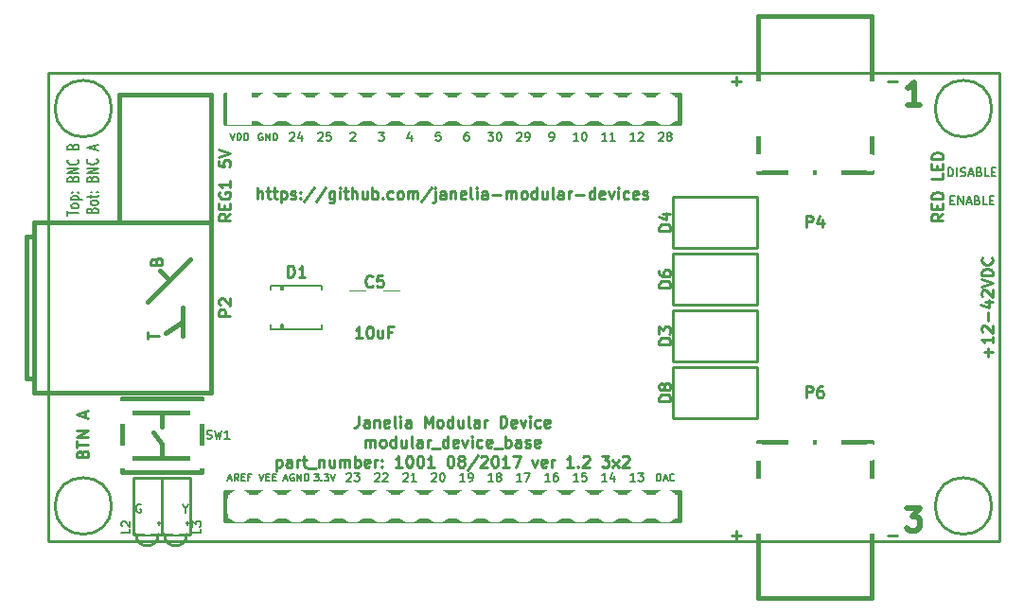
<source format=gto>
G04 #@! TF.GenerationSoftware,KiCad,Pcbnew,5.0.0-rc2-dev-unknown-482fd86~64~ubuntu16.04.1*
G04 #@! TF.CreationDate,2018-04-24T12:51:52-04:00*
G04 #@! TF.ProjectId,modular_device_base_3x2,6D6F64756C61725F6465766963655F62,1.2*
G04 #@! TF.SameCoordinates,Original*
G04 #@! TF.FileFunction,Legend,Top*
G04 #@! TF.FilePolarity,Positive*
%FSLAX46Y46*%
G04 Gerber Fmt 4.6, Leading zero omitted, Abs format (unit mm)*
G04 Created by KiCad (PCBNEW 5.0.0-rc2-dev-unknown-482fd86~64~ubuntu16.04.1) date Tue Apr 24 12:51:52 2018*
%MOMM*%
%LPD*%
G01*
G04 APERTURE LIST*
%ADD10C,0.228600*%
%ADD11C,0.254000*%
%ADD12C,0.190500*%
%ADD13C,0.508000*%
%ADD14C,0.381000*%
%ADD15C,0.127000*%
%ADD16C,0.150000*%
%ADD17C,0.158750*%
%ADD18C,3.956000*%
%ADD19O,2.254200X2.940000*%
%ADD20R,2.254200X2.940000*%
%ADD21O,2.133600X1.625600*%
%ADD22O,1.625600X2.133600*%
%ADD23R,2.743200X2.057400*%
%ADD24O,2.743200X2.057400*%
%ADD25R,1.640000X1.800000*%
%ADD26R,5.160000X4.000000*%
%ADD27O,2.940000X1.924000*%
%ADD28R,3.067000X1.990040*%
%ADD29R,2.178000X4.591000*%
%ADD30C,1.600200*%
%ADD31R,2.997200X5.029200*%
%ADD32R,1.670000X2.940000*%
%ADD33R,3.110000X2.900000*%
%ADD34R,1.924000X2.940000*%
%ADD35O,1.924000X2.940000*%
%ADD36O,5.480000X3.448000*%
%ADD37O,2.432000X1.924000*%
%ADD38O,1.924000X2.432000*%
%ADD39C,2.330400*%
%ADD40O,4.972000X3.956000*%
%ADD41O,4.464000X5.480000*%
%ADD42O,5.480000X3.956000*%
G04 APERTURE END LIST*
D10*
X144145000Y-78740000D02*
X59055000Y-78740000D01*
X144145000Y-120650000D02*
X144145000Y-78740000D01*
X59055000Y-120650000D02*
X144145000Y-120650000D01*
X59055000Y-78740000D02*
X59055000Y-120650000D01*
D11*
X139143619Y-91319047D02*
X138659809Y-91657714D01*
X139143619Y-91899619D02*
X138127619Y-91899619D01*
X138127619Y-91512571D01*
X138176000Y-91415809D01*
X138224380Y-91367428D01*
X138321142Y-91319047D01*
X138466285Y-91319047D01*
X138563047Y-91367428D01*
X138611428Y-91415809D01*
X138659809Y-91512571D01*
X138659809Y-91899619D01*
X138611428Y-90883619D02*
X138611428Y-90544952D01*
X139143619Y-90399809D02*
X139143619Y-90883619D01*
X138127619Y-90883619D01*
X138127619Y-90399809D01*
X139143619Y-89964380D02*
X138127619Y-89964380D01*
X138127619Y-89722476D01*
X138176000Y-89577333D01*
X138272761Y-89480571D01*
X138369523Y-89432190D01*
X138563047Y-89383809D01*
X138708190Y-89383809D01*
X138901714Y-89432190D01*
X138998476Y-89480571D01*
X139095238Y-89577333D01*
X139143619Y-89722476D01*
X139143619Y-89964380D01*
X139143619Y-87690476D02*
X139143619Y-88174285D01*
X138127619Y-88174285D01*
X138611428Y-87351809D02*
X138611428Y-87013142D01*
X139143619Y-86868000D02*
X139143619Y-87351809D01*
X138127619Y-87351809D01*
X138127619Y-86868000D01*
X139143619Y-86432571D02*
X138127619Y-86432571D01*
X138127619Y-86190666D01*
X138176000Y-86045523D01*
X138272761Y-85948761D01*
X138369523Y-85900380D01*
X138563047Y-85852000D01*
X138708190Y-85852000D01*
X138901714Y-85900380D01*
X138998476Y-85948761D01*
X139095238Y-86045523D01*
X139143619Y-86190666D01*
X139143619Y-86432571D01*
D12*
X139627428Y-87974714D02*
X139627428Y-87212714D01*
X139808857Y-87212714D01*
X139917714Y-87249000D01*
X139990285Y-87321571D01*
X140026571Y-87394142D01*
X140062857Y-87539285D01*
X140062857Y-87648142D01*
X140026571Y-87793285D01*
X139990285Y-87865857D01*
X139917714Y-87938428D01*
X139808857Y-87974714D01*
X139627428Y-87974714D01*
X140389428Y-87974714D02*
X140389428Y-87212714D01*
X140716000Y-87938428D02*
X140824857Y-87974714D01*
X141006285Y-87974714D01*
X141078857Y-87938428D01*
X141115142Y-87902142D01*
X141151428Y-87829571D01*
X141151428Y-87757000D01*
X141115142Y-87684428D01*
X141078857Y-87648142D01*
X141006285Y-87611857D01*
X140861142Y-87575571D01*
X140788571Y-87539285D01*
X140752285Y-87503000D01*
X140716000Y-87430428D01*
X140716000Y-87357857D01*
X140752285Y-87285285D01*
X140788571Y-87249000D01*
X140861142Y-87212714D01*
X141042571Y-87212714D01*
X141151428Y-87249000D01*
X141441714Y-87757000D02*
X141804571Y-87757000D01*
X141369142Y-87974714D02*
X141623142Y-87212714D01*
X141877142Y-87974714D01*
X142385142Y-87575571D02*
X142494000Y-87611857D01*
X142530285Y-87648142D01*
X142566571Y-87720714D01*
X142566571Y-87829571D01*
X142530285Y-87902142D01*
X142494000Y-87938428D01*
X142421428Y-87974714D01*
X142131142Y-87974714D01*
X142131142Y-87212714D01*
X142385142Y-87212714D01*
X142457714Y-87249000D01*
X142494000Y-87285285D01*
X142530285Y-87357857D01*
X142530285Y-87430428D01*
X142494000Y-87503000D01*
X142457714Y-87539285D01*
X142385142Y-87575571D01*
X142131142Y-87575571D01*
X143256000Y-87974714D02*
X142893142Y-87974714D01*
X142893142Y-87212714D01*
X143510000Y-87575571D02*
X143764000Y-87575571D01*
X143872857Y-87974714D02*
X143510000Y-87974714D01*
X143510000Y-87212714D01*
X143872857Y-87212714D01*
X139808857Y-90115571D02*
X140062857Y-90115571D01*
X140171714Y-90514714D02*
X139808857Y-90514714D01*
X139808857Y-89752714D01*
X140171714Y-89752714D01*
X140498285Y-90514714D02*
X140498285Y-89752714D01*
X140933714Y-90514714D01*
X140933714Y-89752714D01*
X141260285Y-90297000D02*
X141623142Y-90297000D01*
X141187714Y-90514714D02*
X141441714Y-89752714D01*
X141695714Y-90514714D01*
X142203714Y-90115571D02*
X142312571Y-90151857D01*
X142348857Y-90188142D01*
X142385142Y-90260714D01*
X142385142Y-90369571D01*
X142348857Y-90442142D01*
X142312571Y-90478428D01*
X142240000Y-90514714D01*
X141949714Y-90514714D01*
X141949714Y-89752714D01*
X142203714Y-89752714D01*
X142276285Y-89789000D01*
X142312571Y-89825285D01*
X142348857Y-89897857D01*
X142348857Y-89970428D01*
X142312571Y-90043000D01*
X142276285Y-90079285D01*
X142203714Y-90115571D01*
X141949714Y-90115571D01*
X143074571Y-90514714D02*
X142711714Y-90514714D01*
X142711714Y-89752714D01*
X143328571Y-90115571D02*
X143582571Y-90115571D01*
X143691428Y-90514714D02*
X143328571Y-90514714D01*
X143328571Y-89752714D01*
X143691428Y-89752714D01*
X71374000Y-117710857D02*
X71374000Y-118073714D01*
X71120000Y-117311714D02*
X71374000Y-117710857D01*
X71628000Y-117311714D01*
X67382571Y-117348000D02*
X67310000Y-117311714D01*
X67201142Y-117311714D01*
X67092285Y-117348000D01*
X67019714Y-117420571D01*
X66983428Y-117493142D01*
X66947142Y-117638285D01*
X66947142Y-117747142D01*
X66983428Y-117892285D01*
X67019714Y-117964857D01*
X67092285Y-118037428D01*
X67201142Y-118073714D01*
X67273714Y-118073714D01*
X67382571Y-118037428D01*
X67418857Y-118001142D01*
X67418857Y-117747142D01*
X67273714Y-117747142D01*
D11*
X77832857Y-89994619D02*
X77832857Y-88978619D01*
X78268285Y-89994619D02*
X78268285Y-89462428D01*
X78219904Y-89365666D01*
X78123142Y-89317285D01*
X77978000Y-89317285D01*
X77881238Y-89365666D01*
X77832857Y-89414047D01*
X78606952Y-89317285D02*
X78994000Y-89317285D01*
X78752095Y-88978619D02*
X78752095Y-89849476D01*
X78800476Y-89946238D01*
X78897238Y-89994619D01*
X78994000Y-89994619D01*
X79187523Y-89317285D02*
X79574571Y-89317285D01*
X79332666Y-88978619D02*
X79332666Y-89849476D01*
X79381047Y-89946238D01*
X79477809Y-89994619D01*
X79574571Y-89994619D01*
X79913238Y-89317285D02*
X79913238Y-90333285D01*
X79913238Y-89365666D02*
X80010000Y-89317285D01*
X80203523Y-89317285D01*
X80300285Y-89365666D01*
X80348666Y-89414047D01*
X80397047Y-89510809D01*
X80397047Y-89801095D01*
X80348666Y-89897857D01*
X80300285Y-89946238D01*
X80203523Y-89994619D01*
X80010000Y-89994619D01*
X79913238Y-89946238D01*
X80784095Y-89946238D02*
X80880857Y-89994619D01*
X81074380Y-89994619D01*
X81171142Y-89946238D01*
X81219523Y-89849476D01*
X81219523Y-89801095D01*
X81171142Y-89704333D01*
X81074380Y-89655952D01*
X80929238Y-89655952D01*
X80832476Y-89607571D01*
X80784095Y-89510809D01*
X80784095Y-89462428D01*
X80832476Y-89365666D01*
X80929238Y-89317285D01*
X81074380Y-89317285D01*
X81171142Y-89365666D01*
X81654952Y-89897857D02*
X81703333Y-89946238D01*
X81654952Y-89994619D01*
X81606571Y-89946238D01*
X81654952Y-89897857D01*
X81654952Y-89994619D01*
X81654952Y-89365666D02*
X81703333Y-89414047D01*
X81654952Y-89462428D01*
X81606571Y-89414047D01*
X81654952Y-89365666D01*
X81654952Y-89462428D01*
X82864476Y-88930238D02*
X81993619Y-90236523D01*
X83928857Y-88930238D02*
X83058000Y-90236523D01*
X84702952Y-89317285D02*
X84702952Y-90139761D01*
X84654571Y-90236523D01*
X84606190Y-90284904D01*
X84509428Y-90333285D01*
X84364285Y-90333285D01*
X84267523Y-90284904D01*
X84702952Y-89946238D02*
X84606190Y-89994619D01*
X84412666Y-89994619D01*
X84315904Y-89946238D01*
X84267523Y-89897857D01*
X84219142Y-89801095D01*
X84219142Y-89510809D01*
X84267523Y-89414047D01*
X84315904Y-89365666D01*
X84412666Y-89317285D01*
X84606190Y-89317285D01*
X84702952Y-89365666D01*
X85186761Y-89994619D02*
X85186761Y-89317285D01*
X85186761Y-88978619D02*
X85138380Y-89027000D01*
X85186761Y-89075380D01*
X85235142Y-89027000D01*
X85186761Y-88978619D01*
X85186761Y-89075380D01*
X85525428Y-89317285D02*
X85912476Y-89317285D01*
X85670571Y-88978619D02*
X85670571Y-89849476D01*
X85718952Y-89946238D01*
X85815714Y-89994619D01*
X85912476Y-89994619D01*
X86251142Y-89994619D02*
X86251142Y-88978619D01*
X86686571Y-89994619D02*
X86686571Y-89462428D01*
X86638190Y-89365666D01*
X86541428Y-89317285D01*
X86396285Y-89317285D01*
X86299523Y-89365666D01*
X86251142Y-89414047D01*
X87605809Y-89317285D02*
X87605809Y-89994619D01*
X87170380Y-89317285D02*
X87170380Y-89849476D01*
X87218761Y-89946238D01*
X87315523Y-89994619D01*
X87460666Y-89994619D01*
X87557428Y-89946238D01*
X87605809Y-89897857D01*
X88089619Y-89994619D02*
X88089619Y-88978619D01*
X88089619Y-89365666D02*
X88186380Y-89317285D01*
X88379904Y-89317285D01*
X88476666Y-89365666D01*
X88525047Y-89414047D01*
X88573428Y-89510809D01*
X88573428Y-89801095D01*
X88525047Y-89897857D01*
X88476666Y-89946238D01*
X88379904Y-89994619D01*
X88186380Y-89994619D01*
X88089619Y-89946238D01*
X89008857Y-89897857D02*
X89057238Y-89946238D01*
X89008857Y-89994619D01*
X88960476Y-89946238D01*
X89008857Y-89897857D01*
X89008857Y-89994619D01*
X89928095Y-89946238D02*
X89831333Y-89994619D01*
X89637809Y-89994619D01*
X89541047Y-89946238D01*
X89492666Y-89897857D01*
X89444285Y-89801095D01*
X89444285Y-89510809D01*
X89492666Y-89414047D01*
X89541047Y-89365666D01*
X89637809Y-89317285D01*
X89831333Y-89317285D01*
X89928095Y-89365666D01*
X90508666Y-89994619D02*
X90411904Y-89946238D01*
X90363523Y-89897857D01*
X90315142Y-89801095D01*
X90315142Y-89510809D01*
X90363523Y-89414047D01*
X90411904Y-89365666D01*
X90508666Y-89317285D01*
X90653809Y-89317285D01*
X90750571Y-89365666D01*
X90798952Y-89414047D01*
X90847333Y-89510809D01*
X90847333Y-89801095D01*
X90798952Y-89897857D01*
X90750571Y-89946238D01*
X90653809Y-89994619D01*
X90508666Y-89994619D01*
X91282761Y-89994619D02*
X91282761Y-89317285D01*
X91282761Y-89414047D02*
X91331142Y-89365666D01*
X91427904Y-89317285D01*
X91573047Y-89317285D01*
X91669809Y-89365666D01*
X91718190Y-89462428D01*
X91718190Y-89994619D01*
X91718190Y-89462428D02*
X91766571Y-89365666D01*
X91863333Y-89317285D01*
X92008476Y-89317285D01*
X92105238Y-89365666D01*
X92153619Y-89462428D01*
X92153619Y-89994619D01*
X93363142Y-88930238D02*
X92492285Y-90236523D01*
X93701809Y-89317285D02*
X93701809Y-90188142D01*
X93653428Y-90284904D01*
X93556666Y-90333285D01*
X93508285Y-90333285D01*
X93701809Y-88978619D02*
X93653428Y-89027000D01*
X93701809Y-89075380D01*
X93750190Y-89027000D01*
X93701809Y-88978619D01*
X93701809Y-89075380D01*
X94621047Y-89994619D02*
X94621047Y-89462428D01*
X94572666Y-89365666D01*
X94475904Y-89317285D01*
X94282380Y-89317285D01*
X94185619Y-89365666D01*
X94621047Y-89946238D02*
X94524285Y-89994619D01*
X94282380Y-89994619D01*
X94185619Y-89946238D01*
X94137238Y-89849476D01*
X94137238Y-89752714D01*
X94185619Y-89655952D01*
X94282380Y-89607571D01*
X94524285Y-89607571D01*
X94621047Y-89559190D01*
X95104857Y-89317285D02*
X95104857Y-89994619D01*
X95104857Y-89414047D02*
X95153238Y-89365666D01*
X95250000Y-89317285D01*
X95395142Y-89317285D01*
X95491904Y-89365666D01*
X95540285Y-89462428D01*
X95540285Y-89994619D01*
X96411142Y-89946238D02*
X96314380Y-89994619D01*
X96120857Y-89994619D01*
X96024095Y-89946238D01*
X95975714Y-89849476D01*
X95975714Y-89462428D01*
X96024095Y-89365666D01*
X96120857Y-89317285D01*
X96314380Y-89317285D01*
X96411142Y-89365666D01*
X96459523Y-89462428D01*
X96459523Y-89559190D01*
X95975714Y-89655952D01*
X97040095Y-89994619D02*
X96943333Y-89946238D01*
X96894952Y-89849476D01*
X96894952Y-88978619D01*
X97427142Y-89994619D02*
X97427142Y-89317285D01*
X97427142Y-88978619D02*
X97378761Y-89027000D01*
X97427142Y-89075380D01*
X97475523Y-89027000D01*
X97427142Y-88978619D01*
X97427142Y-89075380D01*
X98346380Y-89994619D02*
X98346380Y-89462428D01*
X98298000Y-89365666D01*
X98201238Y-89317285D01*
X98007714Y-89317285D01*
X97910952Y-89365666D01*
X98346380Y-89946238D02*
X98249619Y-89994619D01*
X98007714Y-89994619D01*
X97910952Y-89946238D01*
X97862571Y-89849476D01*
X97862571Y-89752714D01*
X97910952Y-89655952D01*
X98007714Y-89607571D01*
X98249619Y-89607571D01*
X98346380Y-89559190D01*
X98830190Y-89607571D02*
X99604285Y-89607571D01*
X100088095Y-89994619D02*
X100088095Y-89317285D01*
X100088095Y-89414047D02*
X100136476Y-89365666D01*
X100233238Y-89317285D01*
X100378380Y-89317285D01*
X100475142Y-89365666D01*
X100523523Y-89462428D01*
X100523523Y-89994619D01*
X100523523Y-89462428D02*
X100571904Y-89365666D01*
X100668666Y-89317285D01*
X100813809Y-89317285D01*
X100910571Y-89365666D01*
X100958952Y-89462428D01*
X100958952Y-89994619D01*
X101587904Y-89994619D02*
X101491142Y-89946238D01*
X101442761Y-89897857D01*
X101394380Y-89801095D01*
X101394380Y-89510809D01*
X101442761Y-89414047D01*
X101491142Y-89365666D01*
X101587904Y-89317285D01*
X101733047Y-89317285D01*
X101829809Y-89365666D01*
X101878190Y-89414047D01*
X101926571Y-89510809D01*
X101926571Y-89801095D01*
X101878190Y-89897857D01*
X101829809Y-89946238D01*
X101733047Y-89994619D01*
X101587904Y-89994619D01*
X102797428Y-89994619D02*
X102797428Y-88978619D01*
X102797428Y-89946238D02*
X102700666Y-89994619D01*
X102507142Y-89994619D01*
X102410380Y-89946238D01*
X102362000Y-89897857D01*
X102313619Y-89801095D01*
X102313619Y-89510809D01*
X102362000Y-89414047D01*
X102410380Y-89365666D01*
X102507142Y-89317285D01*
X102700666Y-89317285D01*
X102797428Y-89365666D01*
X103716666Y-89317285D02*
X103716666Y-89994619D01*
X103281238Y-89317285D02*
X103281238Y-89849476D01*
X103329619Y-89946238D01*
X103426380Y-89994619D01*
X103571523Y-89994619D01*
X103668285Y-89946238D01*
X103716666Y-89897857D01*
X104345619Y-89994619D02*
X104248857Y-89946238D01*
X104200476Y-89849476D01*
X104200476Y-88978619D01*
X105168095Y-89994619D02*
X105168095Y-89462428D01*
X105119714Y-89365666D01*
X105022952Y-89317285D01*
X104829428Y-89317285D01*
X104732666Y-89365666D01*
X105168095Y-89946238D02*
X105071333Y-89994619D01*
X104829428Y-89994619D01*
X104732666Y-89946238D01*
X104684285Y-89849476D01*
X104684285Y-89752714D01*
X104732666Y-89655952D01*
X104829428Y-89607571D01*
X105071333Y-89607571D01*
X105168095Y-89559190D01*
X105651904Y-89994619D02*
X105651904Y-89317285D01*
X105651904Y-89510809D02*
X105700285Y-89414047D01*
X105748666Y-89365666D01*
X105845428Y-89317285D01*
X105942190Y-89317285D01*
X106280857Y-89607571D02*
X107054952Y-89607571D01*
X107974190Y-89994619D02*
X107974190Y-88978619D01*
X107974190Y-89946238D02*
X107877428Y-89994619D01*
X107683904Y-89994619D01*
X107587142Y-89946238D01*
X107538761Y-89897857D01*
X107490380Y-89801095D01*
X107490380Y-89510809D01*
X107538761Y-89414047D01*
X107587142Y-89365666D01*
X107683904Y-89317285D01*
X107877428Y-89317285D01*
X107974190Y-89365666D01*
X108845047Y-89946238D02*
X108748285Y-89994619D01*
X108554761Y-89994619D01*
X108458000Y-89946238D01*
X108409619Y-89849476D01*
X108409619Y-89462428D01*
X108458000Y-89365666D01*
X108554761Y-89317285D01*
X108748285Y-89317285D01*
X108845047Y-89365666D01*
X108893428Y-89462428D01*
X108893428Y-89559190D01*
X108409619Y-89655952D01*
X109232095Y-89317285D02*
X109474000Y-89994619D01*
X109715904Y-89317285D01*
X110102952Y-89994619D02*
X110102952Y-89317285D01*
X110102952Y-88978619D02*
X110054571Y-89027000D01*
X110102952Y-89075380D01*
X110151333Y-89027000D01*
X110102952Y-88978619D01*
X110102952Y-89075380D01*
X111022190Y-89946238D02*
X110925428Y-89994619D01*
X110731904Y-89994619D01*
X110635142Y-89946238D01*
X110586761Y-89897857D01*
X110538380Y-89801095D01*
X110538380Y-89510809D01*
X110586761Y-89414047D01*
X110635142Y-89365666D01*
X110731904Y-89317285D01*
X110925428Y-89317285D01*
X111022190Y-89365666D01*
X111844666Y-89946238D02*
X111747904Y-89994619D01*
X111554380Y-89994619D01*
X111457619Y-89946238D01*
X111409238Y-89849476D01*
X111409238Y-89462428D01*
X111457619Y-89365666D01*
X111554380Y-89317285D01*
X111747904Y-89317285D01*
X111844666Y-89365666D01*
X111893047Y-89462428D01*
X111893047Y-89559190D01*
X111409238Y-89655952D01*
X112280095Y-89946238D02*
X112376857Y-89994619D01*
X112570380Y-89994619D01*
X112667142Y-89946238D01*
X112715523Y-89849476D01*
X112715523Y-89801095D01*
X112667142Y-89704333D01*
X112570380Y-89655952D01*
X112425238Y-89655952D01*
X112328476Y-89607571D01*
X112280095Y-89510809D01*
X112280095Y-89462428D01*
X112328476Y-89365666D01*
X112425238Y-89317285D01*
X112570380Y-89317285D01*
X112667142Y-89365666D01*
D12*
X60816369Y-91476285D02*
X60816369Y-91040857D01*
X61832369Y-91258571D02*
X60816369Y-91258571D01*
X61832369Y-90678000D02*
X61783988Y-90750571D01*
X61735607Y-90786857D01*
X61638845Y-90823142D01*
X61348559Y-90823142D01*
X61251797Y-90786857D01*
X61203416Y-90750571D01*
X61155035Y-90678000D01*
X61155035Y-90569142D01*
X61203416Y-90496571D01*
X61251797Y-90460285D01*
X61348559Y-90424000D01*
X61638845Y-90424000D01*
X61735607Y-90460285D01*
X61783988Y-90496571D01*
X61832369Y-90569142D01*
X61832369Y-90678000D01*
X61155035Y-90097428D02*
X62171035Y-90097428D01*
X61203416Y-90097428D02*
X61155035Y-90024857D01*
X61155035Y-89879714D01*
X61203416Y-89807142D01*
X61251797Y-89770857D01*
X61348559Y-89734571D01*
X61638845Y-89734571D01*
X61735607Y-89770857D01*
X61783988Y-89807142D01*
X61832369Y-89879714D01*
X61832369Y-90024857D01*
X61783988Y-90097428D01*
X61735607Y-89408000D02*
X61783988Y-89371714D01*
X61832369Y-89408000D01*
X61783988Y-89444285D01*
X61735607Y-89408000D01*
X61832369Y-89408000D01*
X61203416Y-89408000D02*
X61251797Y-89371714D01*
X61300178Y-89408000D01*
X61251797Y-89444285D01*
X61203416Y-89408000D01*
X61300178Y-89408000D01*
X61300178Y-88210571D02*
X61348559Y-88101714D01*
X61396940Y-88065428D01*
X61493702Y-88029142D01*
X61638845Y-88029142D01*
X61735607Y-88065428D01*
X61783988Y-88101714D01*
X61832369Y-88174285D01*
X61832369Y-88464571D01*
X60816369Y-88464571D01*
X60816369Y-88210571D01*
X60864750Y-88138000D01*
X60913130Y-88101714D01*
X61009892Y-88065428D01*
X61106654Y-88065428D01*
X61203416Y-88101714D01*
X61251797Y-88138000D01*
X61300178Y-88210571D01*
X61300178Y-88464571D01*
X61832369Y-87702571D02*
X60816369Y-87702571D01*
X61832369Y-87267142D01*
X60816369Y-87267142D01*
X61735607Y-86468857D02*
X61783988Y-86505142D01*
X61832369Y-86614000D01*
X61832369Y-86686571D01*
X61783988Y-86795428D01*
X61687226Y-86868000D01*
X61590464Y-86904285D01*
X61396940Y-86940571D01*
X61251797Y-86940571D01*
X61058273Y-86904285D01*
X60961511Y-86868000D01*
X60864750Y-86795428D01*
X60816369Y-86686571D01*
X60816369Y-86614000D01*
X60864750Y-86505142D01*
X60913130Y-86468857D01*
X61300178Y-85307714D02*
X61348559Y-85198857D01*
X61396940Y-85162571D01*
X61493702Y-85126285D01*
X61638845Y-85126285D01*
X61735607Y-85162571D01*
X61783988Y-85198857D01*
X61832369Y-85271428D01*
X61832369Y-85561714D01*
X60816369Y-85561714D01*
X60816369Y-85307714D01*
X60864750Y-85235142D01*
X60913130Y-85198857D01*
X61009892Y-85162571D01*
X61106654Y-85162571D01*
X61203416Y-85198857D01*
X61251797Y-85235142D01*
X61300178Y-85307714D01*
X61300178Y-85561714D01*
X63014678Y-91022714D02*
X63063059Y-90913857D01*
X63111440Y-90877571D01*
X63208202Y-90841285D01*
X63353345Y-90841285D01*
X63450107Y-90877571D01*
X63498488Y-90913857D01*
X63546869Y-90986428D01*
X63546869Y-91276714D01*
X62530869Y-91276714D01*
X62530869Y-91022714D01*
X62579250Y-90950142D01*
X62627630Y-90913857D01*
X62724392Y-90877571D01*
X62821154Y-90877571D01*
X62917916Y-90913857D01*
X62966297Y-90950142D01*
X63014678Y-91022714D01*
X63014678Y-91276714D01*
X63546869Y-90405857D02*
X63498488Y-90478428D01*
X63450107Y-90514714D01*
X63353345Y-90551000D01*
X63063059Y-90551000D01*
X62966297Y-90514714D01*
X62917916Y-90478428D01*
X62869535Y-90405857D01*
X62869535Y-90297000D01*
X62917916Y-90224428D01*
X62966297Y-90188142D01*
X63063059Y-90151857D01*
X63353345Y-90151857D01*
X63450107Y-90188142D01*
X63498488Y-90224428D01*
X63546869Y-90297000D01*
X63546869Y-90405857D01*
X62869535Y-89934142D02*
X62869535Y-89643857D01*
X62530869Y-89825285D02*
X63401726Y-89825285D01*
X63498488Y-89789000D01*
X63546869Y-89716428D01*
X63546869Y-89643857D01*
X63450107Y-89389857D02*
X63498488Y-89353571D01*
X63546869Y-89389857D01*
X63498488Y-89426142D01*
X63450107Y-89389857D01*
X63546869Y-89389857D01*
X62917916Y-89389857D02*
X62966297Y-89353571D01*
X63014678Y-89389857D01*
X62966297Y-89426142D01*
X62917916Y-89389857D01*
X63014678Y-89389857D01*
X63014678Y-88192428D02*
X63063059Y-88083571D01*
X63111440Y-88047285D01*
X63208202Y-88011000D01*
X63353345Y-88011000D01*
X63450107Y-88047285D01*
X63498488Y-88083571D01*
X63546869Y-88156142D01*
X63546869Y-88446428D01*
X62530869Y-88446428D01*
X62530869Y-88192428D01*
X62579250Y-88119857D01*
X62627630Y-88083571D01*
X62724392Y-88047285D01*
X62821154Y-88047285D01*
X62917916Y-88083571D01*
X62966297Y-88119857D01*
X63014678Y-88192428D01*
X63014678Y-88446428D01*
X63546869Y-87684428D02*
X62530869Y-87684428D01*
X63546869Y-87249000D01*
X62530869Y-87249000D01*
X63450107Y-86450714D02*
X63498488Y-86487000D01*
X63546869Y-86595857D01*
X63546869Y-86668428D01*
X63498488Y-86777285D01*
X63401726Y-86849857D01*
X63304964Y-86886142D01*
X63111440Y-86922428D01*
X62966297Y-86922428D01*
X62772773Y-86886142D01*
X62676011Y-86849857D01*
X62579250Y-86777285D01*
X62530869Y-86668428D01*
X62530869Y-86595857D01*
X62579250Y-86487000D01*
X62627630Y-86450714D01*
X63256583Y-85579857D02*
X63256583Y-85217000D01*
X63546869Y-85652428D02*
X62530869Y-85398428D01*
X63546869Y-85144428D01*
D11*
X143201571Y-104097666D02*
X143201571Y-103323571D01*
X143588619Y-103710619D02*
X142814523Y-103710619D01*
X143588619Y-102307571D02*
X143588619Y-102888142D01*
X143588619Y-102597857D02*
X142572619Y-102597857D01*
X142717761Y-102694619D01*
X142814523Y-102791380D01*
X142862904Y-102888142D01*
X142669380Y-101920523D02*
X142621000Y-101872142D01*
X142572619Y-101775380D01*
X142572619Y-101533476D01*
X142621000Y-101436714D01*
X142669380Y-101388333D01*
X142766142Y-101339952D01*
X142862904Y-101339952D01*
X143008047Y-101388333D01*
X143588619Y-101968904D01*
X143588619Y-101339952D01*
X143201571Y-100904523D02*
X143201571Y-100130428D01*
X142911285Y-99211190D02*
X143588619Y-99211190D01*
X142524238Y-99453095D02*
X143249952Y-99695000D01*
X143249952Y-99066047D01*
X142669380Y-98727380D02*
X142621000Y-98679000D01*
X142572619Y-98582238D01*
X142572619Y-98340333D01*
X142621000Y-98243571D01*
X142669380Y-98195190D01*
X142766142Y-98146809D01*
X142862904Y-98146809D01*
X143008047Y-98195190D01*
X143588619Y-98775761D01*
X143588619Y-98146809D01*
X142572619Y-97856523D02*
X143588619Y-97517857D01*
X142572619Y-97179190D01*
X143588619Y-96840523D02*
X142572619Y-96840523D01*
X142572619Y-96598619D01*
X142621000Y-96453476D01*
X142717761Y-96356714D01*
X142814523Y-96308333D01*
X143008047Y-96259952D01*
X143153190Y-96259952D01*
X143346714Y-96308333D01*
X143443476Y-96356714D01*
X143540238Y-96453476D01*
X143588619Y-96598619D01*
X143588619Y-96840523D01*
X143491857Y-95243952D02*
X143540238Y-95292333D01*
X143588619Y-95437476D01*
X143588619Y-95534238D01*
X143540238Y-95679380D01*
X143443476Y-95776142D01*
X143346714Y-95824523D01*
X143153190Y-95872904D01*
X143008047Y-95872904D01*
X142814523Y-95824523D01*
X142717761Y-95776142D01*
X142621000Y-95679380D01*
X142572619Y-95534238D01*
X142572619Y-95437476D01*
X142621000Y-95292333D01*
X142669380Y-95243952D01*
D13*
X135847666Y-117632238D02*
X137105571Y-117632238D01*
X136428238Y-118406333D01*
X136718523Y-118406333D01*
X136912047Y-118503095D01*
X137008809Y-118599857D01*
X137105571Y-118793380D01*
X137105571Y-119277190D01*
X137008809Y-119470714D01*
X136912047Y-119567476D01*
X136718523Y-119664238D01*
X136137952Y-119664238D01*
X135944428Y-119567476D01*
X135847666Y-119470714D01*
X137105571Y-81564238D02*
X135944428Y-81564238D01*
X136525000Y-81564238D02*
X136525000Y-79532238D01*
X136331476Y-79822523D01*
X136137952Y-80016047D01*
X135944428Y-80112809D01*
D11*
X134232952Y-120087571D02*
X135007047Y-120087571D01*
X134232952Y-79447571D02*
X135007047Y-79447571D01*
X120262952Y-79447571D02*
X121037047Y-79447571D01*
X120650000Y-79834619D02*
X120650000Y-79060523D01*
X120262952Y-120087571D02*
X121037047Y-120087571D01*
X120650000Y-120474619D02*
X120650000Y-119700523D01*
X74373619Y-86553523D02*
X74373619Y-87037333D01*
X74857428Y-87085714D01*
X74809047Y-87037333D01*
X74760666Y-86940571D01*
X74760666Y-86698666D01*
X74809047Y-86601904D01*
X74857428Y-86553523D01*
X74954190Y-86505142D01*
X75196095Y-86505142D01*
X75292857Y-86553523D01*
X75341238Y-86601904D01*
X75389619Y-86698666D01*
X75389619Y-86940571D01*
X75341238Y-87037333D01*
X75292857Y-87085714D01*
X74373619Y-86214857D02*
X75389619Y-85876190D01*
X74373619Y-85537523D01*
X86855904Y-109425619D02*
X86855904Y-110151333D01*
X86807523Y-110296476D01*
X86710761Y-110393238D01*
X86565619Y-110441619D01*
X86468857Y-110441619D01*
X87775142Y-110441619D02*
X87775142Y-109909428D01*
X87726761Y-109812666D01*
X87630000Y-109764285D01*
X87436476Y-109764285D01*
X87339714Y-109812666D01*
X87775142Y-110393238D02*
X87678380Y-110441619D01*
X87436476Y-110441619D01*
X87339714Y-110393238D01*
X87291333Y-110296476D01*
X87291333Y-110199714D01*
X87339714Y-110102952D01*
X87436476Y-110054571D01*
X87678380Y-110054571D01*
X87775142Y-110006190D01*
X88258952Y-109764285D02*
X88258952Y-110441619D01*
X88258952Y-109861047D02*
X88307333Y-109812666D01*
X88404095Y-109764285D01*
X88549238Y-109764285D01*
X88646000Y-109812666D01*
X88694380Y-109909428D01*
X88694380Y-110441619D01*
X89565238Y-110393238D02*
X89468476Y-110441619D01*
X89274952Y-110441619D01*
X89178190Y-110393238D01*
X89129809Y-110296476D01*
X89129809Y-109909428D01*
X89178190Y-109812666D01*
X89274952Y-109764285D01*
X89468476Y-109764285D01*
X89565238Y-109812666D01*
X89613619Y-109909428D01*
X89613619Y-110006190D01*
X89129809Y-110102952D01*
X90194190Y-110441619D02*
X90097428Y-110393238D01*
X90049047Y-110296476D01*
X90049047Y-109425619D01*
X90581238Y-110441619D02*
X90581238Y-109764285D01*
X90581238Y-109425619D02*
X90532857Y-109474000D01*
X90581238Y-109522380D01*
X90629619Y-109474000D01*
X90581238Y-109425619D01*
X90581238Y-109522380D01*
X91500476Y-110441619D02*
X91500476Y-109909428D01*
X91452095Y-109812666D01*
X91355333Y-109764285D01*
X91161809Y-109764285D01*
X91065047Y-109812666D01*
X91500476Y-110393238D02*
X91403714Y-110441619D01*
X91161809Y-110441619D01*
X91065047Y-110393238D01*
X91016666Y-110296476D01*
X91016666Y-110199714D01*
X91065047Y-110102952D01*
X91161809Y-110054571D01*
X91403714Y-110054571D01*
X91500476Y-110006190D01*
X92758380Y-110441619D02*
X92758380Y-109425619D01*
X93097047Y-110151333D01*
X93435714Y-109425619D01*
X93435714Y-110441619D01*
X94064666Y-110441619D02*
X93967904Y-110393238D01*
X93919523Y-110344857D01*
X93871142Y-110248095D01*
X93871142Y-109957809D01*
X93919523Y-109861047D01*
X93967904Y-109812666D01*
X94064666Y-109764285D01*
X94209809Y-109764285D01*
X94306571Y-109812666D01*
X94354952Y-109861047D01*
X94403333Y-109957809D01*
X94403333Y-110248095D01*
X94354952Y-110344857D01*
X94306571Y-110393238D01*
X94209809Y-110441619D01*
X94064666Y-110441619D01*
X95274190Y-110441619D02*
X95274190Y-109425619D01*
X95274190Y-110393238D02*
X95177428Y-110441619D01*
X94983904Y-110441619D01*
X94887142Y-110393238D01*
X94838761Y-110344857D01*
X94790380Y-110248095D01*
X94790380Y-109957809D01*
X94838761Y-109861047D01*
X94887142Y-109812666D01*
X94983904Y-109764285D01*
X95177428Y-109764285D01*
X95274190Y-109812666D01*
X96193428Y-109764285D02*
X96193428Y-110441619D01*
X95758000Y-109764285D02*
X95758000Y-110296476D01*
X95806380Y-110393238D01*
X95903142Y-110441619D01*
X96048285Y-110441619D01*
X96145047Y-110393238D01*
X96193428Y-110344857D01*
X96822380Y-110441619D02*
X96725619Y-110393238D01*
X96677238Y-110296476D01*
X96677238Y-109425619D01*
X97644857Y-110441619D02*
X97644857Y-109909428D01*
X97596476Y-109812666D01*
X97499714Y-109764285D01*
X97306190Y-109764285D01*
X97209428Y-109812666D01*
X97644857Y-110393238D02*
X97548095Y-110441619D01*
X97306190Y-110441619D01*
X97209428Y-110393238D01*
X97161047Y-110296476D01*
X97161047Y-110199714D01*
X97209428Y-110102952D01*
X97306190Y-110054571D01*
X97548095Y-110054571D01*
X97644857Y-110006190D01*
X98128666Y-110441619D02*
X98128666Y-109764285D01*
X98128666Y-109957809D02*
X98177047Y-109861047D01*
X98225428Y-109812666D01*
X98322190Y-109764285D01*
X98418952Y-109764285D01*
X99531714Y-110441619D02*
X99531714Y-109425619D01*
X99773619Y-109425619D01*
X99918761Y-109474000D01*
X100015523Y-109570761D01*
X100063904Y-109667523D01*
X100112285Y-109861047D01*
X100112285Y-110006190D01*
X100063904Y-110199714D01*
X100015523Y-110296476D01*
X99918761Y-110393238D01*
X99773619Y-110441619D01*
X99531714Y-110441619D01*
X100934761Y-110393238D02*
X100838000Y-110441619D01*
X100644476Y-110441619D01*
X100547714Y-110393238D01*
X100499333Y-110296476D01*
X100499333Y-109909428D01*
X100547714Y-109812666D01*
X100644476Y-109764285D01*
X100838000Y-109764285D01*
X100934761Y-109812666D01*
X100983142Y-109909428D01*
X100983142Y-110006190D01*
X100499333Y-110102952D01*
X101321809Y-109764285D02*
X101563714Y-110441619D01*
X101805619Y-109764285D01*
X102192666Y-110441619D02*
X102192666Y-109764285D01*
X102192666Y-109425619D02*
X102144285Y-109474000D01*
X102192666Y-109522380D01*
X102241047Y-109474000D01*
X102192666Y-109425619D01*
X102192666Y-109522380D01*
X103111904Y-110393238D02*
X103015142Y-110441619D01*
X102821619Y-110441619D01*
X102724857Y-110393238D01*
X102676476Y-110344857D01*
X102628095Y-110248095D01*
X102628095Y-109957809D01*
X102676476Y-109861047D01*
X102724857Y-109812666D01*
X102821619Y-109764285D01*
X103015142Y-109764285D01*
X103111904Y-109812666D01*
X103934380Y-110393238D02*
X103837619Y-110441619D01*
X103644095Y-110441619D01*
X103547333Y-110393238D01*
X103498952Y-110296476D01*
X103498952Y-109909428D01*
X103547333Y-109812666D01*
X103644095Y-109764285D01*
X103837619Y-109764285D01*
X103934380Y-109812666D01*
X103982761Y-109909428D01*
X103982761Y-110006190D01*
X103498952Y-110102952D01*
X87460666Y-112219619D02*
X87460666Y-111542285D01*
X87460666Y-111639047D02*
X87509047Y-111590666D01*
X87605809Y-111542285D01*
X87750952Y-111542285D01*
X87847714Y-111590666D01*
X87896095Y-111687428D01*
X87896095Y-112219619D01*
X87896095Y-111687428D02*
X87944476Y-111590666D01*
X88041238Y-111542285D01*
X88186380Y-111542285D01*
X88283142Y-111590666D01*
X88331523Y-111687428D01*
X88331523Y-112219619D01*
X88960476Y-112219619D02*
X88863714Y-112171238D01*
X88815333Y-112122857D01*
X88766952Y-112026095D01*
X88766952Y-111735809D01*
X88815333Y-111639047D01*
X88863714Y-111590666D01*
X88960476Y-111542285D01*
X89105619Y-111542285D01*
X89202380Y-111590666D01*
X89250761Y-111639047D01*
X89299142Y-111735809D01*
X89299142Y-112026095D01*
X89250761Y-112122857D01*
X89202380Y-112171238D01*
X89105619Y-112219619D01*
X88960476Y-112219619D01*
X90170000Y-112219619D02*
X90170000Y-111203619D01*
X90170000Y-112171238D02*
X90073238Y-112219619D01*
X89879714Y-112219619D01*
X89782952Y-112171238D01*
X89734571Y-112122857D01*
X89686190Y-112026095D01*
X89686190Y-111735809D01*
X89734571Y-111639047D01*
X89782952Y-111590666D01*
X89879714Y-111542285D01*
X90073238Y-111542285D01*
X90170000Y-111590666D01*
X91089238Y-111542285D02*
X91089238Y-112219619D01*
X90653809Y-111542285D02*
X90653809Y-112074476D01*
X90702190Y-112171238D01*
X90798952Y-112219619D01*
X90944095Y-112219619D01*
X91040857Y-112171238D01*
X91089238Y-112122857D01*
X91718190Y-112219619D02*
X91621428Y-112171238D01*
X91573047Y-112074476D01*
X91573047Y-111203619D01*
X92540666Y-112219619D02*
X92540666Y-111687428D01*
X92492285Y-111590666D01*
X92395523Y-111542285D01*
X92202000Y-111542285D01*
X92105238Y-111590666D01*
X92540666Y-112171238D02*
X92443904Y-112219619D01*
X92202000Y-112219619D01*
X92105238Y-112171238D01*
X92056857Y-112074476D01*
X92056857Y-111977714D01*
X92105238Y-111880952D01*
X92202000Y-111832571D01*
X92443904Y-111832571D01*
X92540666Y-111784190D01*
X93024476Y-112219619D02*
X93024476Y-111542285D01*
X93024476Y-111735809D02*
X93072857Y-111639047D01*
X93121238Y-111590666D01*
X93218000Y-111542285D01*
X93314761Y-111542285D01*
X93411523Y-112316380D02*
X94185619Y-112316380D01*
X94862952Y-112219619D02*
X94862952Y-111203619D01*
X94862952Y-112171238D02*
X94766190Y-112219619D01*
X94572666Y-112219619D01*
X94475904Y-112171238D01*
X94427523Y-112122857D01*
X94379142Y-112026095D01*
X94379142Y-111735809D01*
X94427523Y-111639047D01*
X94475904Y-111590666D01*
X94572666Y-111542285D01*
X94766190Y-111542285D01*
X94862952Y-111590666D01*
X95733809Y-112171238D02*
X95637047Y-112219619D01*
X95443523Y-112219619D01*
X95346761Y-112171238D01*
X95298380Y-112074476D01*
X95298380Y-111687428D01*
X95346761Y-111590666D01*
X95443523Y-111542285D01*
X95637047Y-111542285D01*
X95733809Y-111590666D01*
X95782190Y-111687428D01*
X95782190Y-111784190D01*
X95298380Y-111880952D01*
X96120857Y-111542285D02*
X96362761Y-112219619D01*
X96604666Y-111542285D01*
X96991714Y-112219619D02*
X96991714Y-111542285D01*
X96991714Y-111203619D02*
X96943333Y-111252000D01*
X96991714Y-111300380D01*
X97040095Y-111252000D01*
X96991714Y-111203619D01*
X96991714Y-111300380D01*
X97910952Y-112171238D02*
X97814190Y-112219619D01*
X97620666Y-112219619D01*
X97523904Y-112171238D01*
X97475523Y-112122857D01*
X97427142Y-112026095D01*
X97427142Y-111735809D01*
X97475523Y-111639047D01*
X97523904Y-111590666D01*
X97620666Y-111542285D01*
X97814190Y-111542285D01*
X97910952Y-111590666D01*
X98733428Y-112171238D02*
X98636666Y-112219619D01*
X98443142Y-112219619D01*
X98346380Y-112171238D01*
X98298000Y-112074476D01*
X98298000Y-111687428D01*
X98346380Y-111590666D01*
X98443142Y-111542285D01*
X98636666Y-111542285D01*
X98733428Y-111590666D01*
X98781809Y-111687428D01*
X98781809Y-111784190D01*
X98298000Y-111880952D01*
X98975333Y-112316380D02*
X99749428Y-112316380D01*
X99991333Y-112219619D02*
X99991333Y-111203619D01*
X99991333Y-111590666D02*
X100088095Y-111542285D01*
X100281619Y-111542285D01*
X100378380Y-111590666D01*
X100426761Y-111639047D01*
X100475142Y-111735809D01*
X100475142Y-112026095D01*
X100426761Y-112122857D01*
X100378380Y-112171238D01*
X100281619Y-112219619D01*
X100088095Y-112219619D01*
X99991333Y-112171238D01*
X101346000Y-112219619D02*
X101346000Y-111687428D01*
X101297619Y-111590666D01*
X101200857Y-111542285D01*
X101007333Y-111542285D01*
X100910571Y-111590666D01*
X101346000Y-112171238D02*
X101249238Y-112219619D01*
X101007333Y-112219619D01*
X100910571Y-112171238D01*
X100862190Y-112074476D01*
X100862190Y-111977714D01*
X100910571Y-111880952D01*
X101007333Y-111832571D01*
X101249238Y-111832571D01*
X101346000Y-111784190D01*
X101781428Y-112171238D02*
X101878190Y-112219619D01*
X102071714Y-112219619D01*
X102168476Y-112171238D01*
X102216857Y-112074476D01*
X102216857Y-112026095D01*
X102168476Y-111929333D01*
X102071714Y-111880952D01*
X101926571Y-111880952D01*
X101829809Y-111832571D01*
X101781428Y-111735809D01*
X101781428Y-111687428D01*
X101829809Y-111590666D01*
X101926571Y-111542285D01*
X102071714Y-111542285D01*
X102168476Y-111590666D01*
X103039333Y-112171238D02*
X102942571Y-112219619D01*
X102749047Y-112219619D01*
X102652285Y-112171238D01*
X102603904Y-112074476D01*
X102603904Y-111687428D01*
X102652285Y-111590666D01*
X102749047Y-111542285D01*
X102942571Y-111542285D01*
X103039333Y-111590666D01*
X103087714Y-111687428D01*
X103087714Y-111784190D01*
X102603904Y-111880952D01*
X79502000Y-113320285D02*
X79502000Y-114336285D01*
X79502000Y-113368666D02*
X79598761Y-113320285D01*
X79792285Y-113320285D01*
X79889047Y-113368666D01*
X79937428Y-113417047D01*
X79985809Y-113513809D01*
X79985809Y-113804095D01*
X79937428Y-113900857D01*
X79889047Y-113949238D01*
X79792285Y-113997619D01*
X79598761Y-113997619D01*
X79502000Y-113949238D01*
X80856666Y-113997619D02*
X80856666Y-113465428D01*
X80808285Y-113368666D01*
X80711523Y-113320285D01*
X80518000Y-113320285D01*
X80421238Y-113368666D01*
X80856666Y-113949238D02*
X80759904Y-113997619D01*
X80518000Y-113997619D01*
X80421238Y-113949238D01*
X80372857Y-113852476D01*
X80372857Y-113755714D01*
X80421238Y-113658952D01*
X80518000Y-113610571D01*
X80759904Y-113610571D01*
X80856666Y-113562190D01*
X81340476Y-113997619D02*
X81340476Y-113320285D01*
X81340476Y-113513809D02*
X81388857Y-113417047D01*
X81437238Y-113368666D01*
X81534000Y-113320285D01*
X81630761Y-113320285D01*
X81824285Y-113320285D02*
X82211333Y-113320285D01*
X81969428Y-112981619D02*
X81969428Y-113852476D01*
X82017809Y-113949238D01*
X82114571Y-113997619D01*
X82211333Y-113997619D01*
X82308095Y-114094380D02*
X83082190Y-114094380D01*
X83324095Y-113320285D02*
X83324095Y-113997619D01*
X83324095Y-113417047D02*
X83372476Y-113368666D01*
X83469238Y-113320285D01*
X83614380Y-113320285D01*
X83711142Y-113368666D01*
X83759523Y-113465428D01*
X83759523Y-113997619D01*
X84678761Y-113320285D02*
X84678761Y-113997619D01*
X84243333Y-113320285D02*
X84243333Y-113852476D01*
X84291714Y-113949238D01*
X84388476Y-113997619D01*
X84533619Y-113997619D01*
X84630380Y-113949238D01*
X84678761Y-113900857D01*
X85162571Y-113997619D02*
X85162571Y-113320285D01*
X85162571Y-113417047D02*
X85210952Y-113368666D01*
X85307714Y-113320285D01*
X85452857Y-113320285D01*
X85549619Y-113368666D01*
X85598000Y-113465428D01*
X85598000Y-113997619D01*
X85598000Y-113465428D02*
X85646380Y-113368666D01*
X85743142Y-113320285D01*
X85888285Y-113320285D01*
X85985047Y-113368666D01*
X86033428Y-113465428D01*
X86033428Y-113997619D01*
X86517238Y-113997619D02*
X86517238Y-112981619D01*
X86517238Y-113368666D02*
X86614000Y-113320285D01*
X86807523Y-113320285D01*
X86904285Y-113368666D01*
X86952666Y-113417047D01*
X87001047Y-113513809D01*
X87001047Y-113804095D01*
X86952666Y-113900857D01*
X86904285Y-113949238D01*
X86807523Y-113997619D01*
X86614000Y-113997619D01*
X86517238Y-113949238D01*
X87823523Y-113949238D02*
X87726761Y-113997619D01*
X87533238Y-113997619D01*
X87436476Y-113949238D01*
X87388095Y-113852476D01*
X87388095Y-113465428D01*
X87436476Y-113368666D01*
X87533238Y-113320285D01*
X87726761Y-113320285D01*
X87823523Y-113368666D01*
X87871904Y-113465428D01*
X87871904Y-113562190D01*
X87388095Y-113658952D01*
X88307333Y-113997619D02*
X88307333Y-113320285D01*
X88307333Y-113513809D02*
X88355714Y-113417047D01*
X88404095Y-113368666D01*
X88500857Y-113320285D01*
X88597619Y-113320285D01*
X88936285Y-113900857D02*
X88984666Y-113949238D01*
X88936285Y-113997619D01*
X88887904Y-113949238D01*
X88936285Y-113900857D01*
X88936285Y-113997619D01*
X88936285Y-113368666D02*
X88984666Y-113417047D01*
X88936285Y-113465428D01*
X88887904Y-113417047D01*
X88936285Y-113368666D01*
X88936285Y-113465428D01*
X90726380Y-113997619D02*
X90145809Y-113997619D01*
X90436095Y-113997619D02*
X90436095Y-112981619D01*
X90339333Y-113126761D01*
X90242571Y-113223523D01*
X90145809Y-113271904D01*
X91355333Y-112981619D02*
X91452095Y-112981619D01*
X91548857Y-113030000D01*
X91597238Y-113078380D01*
X91645619Y-113175142D01*
X91694000Y-113368666D01*
X91694000Y-113610571D01*
X91645619Y-113804095D01*
X91597238Y-113900857D01*
X91548857Y-113949238D01*
X91452095Y-113997619D01*
X91355333Y-113997619D01*
X91258571Y-113949238D01*
X91210190Y-113900857D01*
X91161809Y-113804095D01*
X91113428Y-113610571D01*
X91113428Y-113368666D01*
X91161809Y-113175142D01*
X91210190Y-113078380D01*
X91258571Y-113030000D01*
X91355333Y-112981619D01*
X92322952Y-112981619D02*
X92419714Y-112981619D01*
X92516476Y-113030000D01*
X92564857Y-113078380D01*
X92613238Y-113175142D01*
X92661619Y-113368666D01*
X92661619Y-113610571D01*
X92613238Y-113804095D01*
X92564857Y-113900857D01*
X92516476Y-113949238D01*
X92419714Y-113997619D01*
X92322952Y-113997619D01*
X92226190Y-113949238D01*
X92177809Y-113900857D01*
X92129428Y-113804095D01*
X92081047Y-113610571D01*
X92081047Y-113368666D01*
X92129428Y-113175142D01*
X92177809Y-113078380D01*
X92226190Y-113030000D01*
X92322952Y-112981619D01*
X93629238Y-113997619D02*
X93048666Y-113997619D01*
X93338952Y-113997619D02*
X93338952Y-112981619D01*
X93242190Y-113126761D01*
X93145428Y-113223523D01*
X93048666Y-113271904D01*
X95032285Y-112981619D02*
X95129047Y-112981619D01*
X95225809Y-113030000D01*
X95274190Y-113078380D01*
X95322571Y-113175142D01*
X95370952Y-113368666D01*
X95370952Y-113610571D01*
X95322571Y-113804095D01*
X95274190Y-113900857D01*
X95225809Y-113949238D01*
X95129047Y-113997619D01*
X95032285Y-113997619D01*
X94935523Y-113949238D01*
X94887142Y-113900857D01*
X94838761Y-113804095D01*
X94790380Y-113610571D01*
X94790380Y-113368666D01*
X94838761Y-113175142D01*
X94887142Y-113078380D01*
X94935523Y-113030000D01*
X95032285Y-112981619D01*
X95951523Y-113417047D02*
X95854761Y-113368666D01*
X95806380Y-113320285D01*
X95758000Y-113223523D01*
X95758000Y-113175142D01*
X95806380Y-113078380D01*
X95854761Y-113030000D01*
X95951523Y-112981619D01*
X96145047Y-112981619D01*
X96241809Y-113030000D01*
X96290190Y-113078380D01*
X96338571Y-113175142D01*
X96338571Y-113223523D01*
X96290190Y-113320285D01*
X96241809Y-113368666D01*
X96145047Y-113417047D01*
X95951523Y-113417047D01*
X95854761Y-113465428D01*
X95806380Y-113513809D01*
X95758000Y-113610571D01*
X95758000Y-113804095D01*
X95806380Y-113900857D01*
X95854761Y-113949238D01*
X95951523Y-113997619D01*
X96145047Y-113997619D01*
X96241809Y-113949238D01*
X96290190Y-113900857D01*
X96338571Y-113804095D01*
X96338571Y-113610571D01*
X96290190Y-113513809D01*
X96241809Y-113465428D01*
X96145047Y-113417047D01*
X97499714Y-112933238D02*
X96628857Y-114239523D01*
X97790000Y-113078380D02*
X97838380Y-113030000D01*
X97935142Y-112981619D01*
X98177047Y-112981619D01*
X98273809Y-113030000D01*
X98322190Y-113078380D01*
X98370571Y-113175142D01*
X98370571Y-113271904D01*
X98322190Y-113417047D01*
X97741619Y-113997619D01*
X98370571Y-113997619D01*
X98999523Y-112981619D02*
X99096285Y-112981619D01*
X99193047Y-113030000D01*
X99241428Y-113078380D01*
X99289809Y-113175142D01*
X99338190Y-113368666D01*
X99338190Y-113610571D01*
X99289809Y-113804095D01*
X99241428Y-113900857D01*
X99193047Y-113949238D01*
X99096285Y-113997619D01*
X98999523Y-113997619D01*
X98902761Y-113949238D01*
X98854380Y-113900857D01*
X98806000Y-113804095D01*
X98757619Y-113610571D01*
X98757619Y-113368666D01*
X98806000Y-113175142D01*
X98854380Y-113078380D01*
X98902761Y-113030000D01*
X98999523Y-112981619D01*
X100305809Y-113997619D02*
X99725238Y-113997619D01*
X100015523Y-113997619D02*
X100015523Y-112981619D01*
X99918761Y-113126761D01*
X99822000Y-113223523D01*
X99725238Y-113271904D01*
X100644476Y-112981619D02*
X101321809Y-112981619D01*
X100886380Y-113997619D01*
X102386190Y-113320285D02*
X102628095Y-113997619D01*
X102870000Y-113320285D01*
X103644095Y-113949238D02*
X103547333Y-113997619D01*
X103353809Y-113997619D01*
X103257047Y-113949238D01*
X103208666Y-113852476D01*
X103208666Y-113465428D01*
X103257047Y-113368666D01*
X103353809Y-113320285D01*
X103547333Y-113320285D01*
X103644095Y-113368666D01*
X103692476Y-113465428D01*
X103692476Y-113562190D01*
X103208666Y-113658952D01*
X104127904Y-113997619D02*
X104127904Y-113320285D01*
X104127904Y-113513809D02*
X104176285Y-113417047D01*
X104224666Y-113368666D01*
X104321428Y-113320285D01*
X104418190Y-113320285D01*
X106063142Y-113997619D02*
X105482571Y-113997619D01*
X105772857Y-113997619D02*
X105772857Y-112981619D01*
X105676095Y-113126761D01*
X105579333Y-113223523D01*
X105482571Y-113271904D01*
X106498571Y-113900857D02*
X106546952Y-113949238D01*
X106498571Y-113997619D01*
X106450190Y-113949238D01*
X106498571Y-113900857D01*
X106498571Y-113997619D01*
X106934000Y-113078380D02*
X106982380Y-113030000D01*
X107079142Y-112981619D01*
X107321047Y-112981619D01*
X107417809Y-113030000D01*
X107466190Y-113078380D01*
X107514571Y-113175142D01*
X107514571Y-113271904D01*
X107466190Y-113417047D01*
X106885619Y-113997619D01*
X107514571Y-113997619D01*
X108627333Y-112981619D02*
X109256285Y-112981619D01*
X108917619Y-113368666D01*
X109062761Y-113368666D01*
X109159523Y-113417047D01*
X109207904Y-113465428D01*
X109256285Y-113562190D01*
X109256285Y-113804095D01*
X109207904Y-113900857D01*
X109159523Y-113949238D01*
X109062761Y-113997619D01*
X108772476Y-113997619D01*
X108675714Y-113949238D01*
X108627333Y-113900857D01*
X109594952Y-113997619D02*
X110127142Y-113320285D01*
X109594952Y-113320285D02*
X110127142Y-113997619D01*
X110465809Y-113078380D02*
X110514190Y-113030000D01*
X110610952Y-112981619D01*
X110852857Y-112981619D01*
X110949619Y-113030000D01*
X110998000Y-113078380D01*
X111046380Y-113175142D01*
X111046380Y-113271904D01*
X110998000Y-113417047D01*
X110417428Y-113997619D01*
X111046380Y-113997619D01*
D14*
X115570000Y-80645000D02*
X74930000Y-80645000D01*
X115570000Y-83185000D02*
X115570000Y-80645000D01*
X74930000Y-83185000D02*
X115570000Y-83185000D01*
X74930000Y-80645000D02*
X74930000Y-83185000D01*
X115570000Y-116205000D02*
X74930000Y-116205000D01*
X115570000Y-118745000D02*
X115570000Y-116205000D01*
X74930000Y-118745000D02*
X115570000Y-118745000D01*
X74930000Y-116205000D02*
X74930000Y-118745000D01*
D10*
X66929000Y-120015000D02*
G75*
G03X68961000Y-120015000I1016000J0D01*
G01*
X69215000Y-114935000D02*
X69215000Y-120015000D01*
X66675000Y-114935000D02*
X69215000Y-114935000D01*
X66675000Y-120015000D02*
X66675000Y-114935000D01*
X69215000Y-120015000D02*
X66675000Y-120015000D01*
X69469000Y-120015000D02*
G75*
G03X71501000Y-120015000I1016000J0D01*
G01*
X71755000Y-114935000D02*
X71755000Y-120015000D01*
X69215000Y-114935000D02*
X71755000Y-114935000D01*
X69215000Y-120015000D02*
X69215000Y-114935000D01*
X71755000Y-120015000D02*
X69215000Y-120015000D01*
X114995000Y-89775000D02*
X122495000Y-89775000D01*
X114995000Y-94375000D02*
X114995000Y-89775000D01*
X122495000Y-94375000D02*
X114995000Y-94375000D01*
X122495000Y-89775000D02*
X122495000Y-94375000D01*
X114995000Y-99935000D02*
X122495000Y-99935000D01*
X114995000Y-104535000D02*
X114995000Y-99935000D01*
X122495000Y-104535000D02*
X114995000Y-104535000D01*
X122495000Y-99935000D02*
X122495000Y-104535000D01*
D14*
X65405000Y-92075000D02*
X73660000Y-92075000D01*
X73660000Y-92075000D02*
X73660000Y-80645000D01*
X73660000Y-80645000D02*
X65405000Y-80645000D01*
X65405000Y-80645000D02*
X65405000Y-92075000D01*
X69215000Y-111887000D02*
X68453000Y-110871000D01*
X69215000Y-113157000D02*
X69215000Y-111887000D01*
X69215000Y-109093000D02*
X69215000Y-110363000D01*
X66675000Y-113157000D02*
X71755000Y-113157000D01*
X66675000Y-109093000D02*
X71755000Y-109093000D01*
X65659000Y-107823000D02*
X65659000Y-114427000D01*
X65659000Y-114427000D02*
X72771000Y-114427000D01*
X72771000Y-114427000D02*
X72771000Y-107823000D01*
X72771000Y-107823000D02*
X65659000Y-107823000D01*
X132715000Y-125730000D02*
X122555000Y-125730000D01*
X122555000Y-125730000D02*
X122555000Y-111760000D01*
X132715000Y-125730000D02*
X132715000Y-111760000D01*
X132715000Y-111760000D02*
X122555000Y-111760000D01*
D15*
X87503000Y-98298000D02*
X85979000Y-98298000D01*
X85979000Y-98298000D02*
X85979000Y-101092000D01*
X85979000Y-101092000D02*
X87503000Y-101092000D01*
X89027000Y-101092000D02*
X90551000Y-101092000D01*
X90551000Y-101092000D02*
X90551000Y-98298000D01*
X90551000Y-98298000D02*
X89027000Y-98298000D01*
D16*
X79030000Y-97745000D02*
X79030000Y-98145000D01*
X79030000Y-101645000D02*
X79030000Y-101245000D01*
X83530000Y-101645000D02*
X83530000Y-101245000D01*
X83530000Y-97745000D02*
X83530000Y-98145000D01*
X79930000Y-101645000D02*
X79930000Y-101245000D01*
X79930000Y-101245000D02*
X80080000Y-101245000D01*
X80080000Y-101245000D02*
X80080000Y-101645000D01*
X79930000Y-97745000D02*
X79930000Y-98145000D01*
X79930000Y-98145000D02*
X80080000Y-98145000D01*
X80080000Y-98145000D02*
X80080000Y-97745000D01*
X79030000Y-97745000D02*
X83530000Y-97745000D01*
X83530000Y-101645000D02*
X79030000Y-101645000D01*
D10*
X64770000Y-81915000D02*
G75*
G03X64770000Y-81915000I-2540000J0D01*
G01*
X64770000Y-117475000D02*
G75*
G03X64770000Y-117475000I-2540000J0D01*
G01*
X143510000Y-81915000D02*
G75*
G03X143510000Y-81915000I-2540000J0D01*
G01*
D14*
X69850000Y-97155000D02*
X69088000Y-96393000D01*
X71120000Y-100965000D02*
X69596000Y-101981000D01*
X57785000Y-106045000D02*
X57150000Y-106045000D01*
X57150000Y-106045000D02*
X57150000Y-93345000D01*
X57150000Y-93345000D02*
X57785000Y-93345000D01*
X57785000Y-107315000D02*
X73660000Y-107315000D01*
X73660000Y-107315000D02*
X73660000Y-92075000D01*
X73660000Y-92075000D02*
X57785000Y-92075000D01*
X57785000Y-92075000D02*
X57785000Y-107315000D01*
X71755000Y-95377000D02*
X67945000Y-99187000D01*
X71120000Y-99695000D02*
X71120000Y-102235000D01*
X122555000Y-73660000D02*
X132715000Y-73660000D01*
X132715000Y-73660000D02*
X132715000Y-87630000D01*
X122555000Y-73660000D02*
X122555000Y-87630000D01*
X122555000Y-87630000D02*
X132715000Y-87630000D01*
D10*
X143510000Y-117475000D02*
G75*
G03X143510000Y-117475000I-2540000J0D01*
G01*
X114995000Y-94855000D02*
X122495000Y-94855000D01*
X114995000Y-99455000D02*
X114995000Y-94855000D01*
X122495000Y-99455000D02*
X114995000Y-99455000D01*
X122495000Y-94855000D02*
X122495000Y-99455000D01*
X114995000Y-105015000D02*
X122495000Y-105015000D01*
X114995000Y-109615000D02*
X114995000Y-105015000D01*
X122495000Y-109615000D02*
X114995000Y-109615000D01*
X122495000Y-105015000D02*
X122495000Y-109615000D01*
D17*
X75171904Y-115040833D02*
X75474285Y-115040833D01*
X75111428Y-115222261D02*
X75323095Y-114587261D01*
X75534761Y-115222261D01*
X76109285Y-115222261D02*
X75897619Y-114919880D01*
X75746428Y-115222261D02*
X75746428Y-114587261D01*
X75988333Y-114587261D01*
X76048809Y-114617500D01*
X76079047Y-114647738D01*
X76109285Y-114708214D01*
X76109285Y-114798928D01*
X76079047Y-114859404D01*
X76048809Y-114889642D01*
X75988333Y-114919880D01*
X75746428Y-114919880D01*
X76381428Y-114889642D02*
X76593095Y-114889642D01*
X76683809Y-115222261D02*
X76381428Y-115222261D01*
X76381428Y-114587261D01*
X76683809Y-114587261D01*
X77167619Y-114889642D02*
X76955952Y-114889642D01*
X76955952Y-115222261D02*
X76955952Y-114587261D01*
X77258333Y-114587261D01*
X77953809Y-114587261D02*
X78165476Y-115222261D01*
X78377142Y-114587261D01*
X78588809Y-114889642D02*
X78800476Y-114889642D01*
X78891190Y-115222261D02*
X78588809Y-115222261D01*
X78588809Y-114587261D01*
X78891190Y-114587261D01*
X79163333Y-114889642D02*
X79375000Y-114889642D01*
X79465714Y-115222261D02*
X79163333Y-115222261D01*
X79163333Y-114587261D01*
X79465714Y-114587261D01*
X80161190Y-115040833D02*
X80463571Y-115040833D01*
X80100714Y-115222261D02*
X80312380Y-114587261D01*
X80524047Y-115222261D01*
X81068333Y-114617500D02*
X81007857Y-114587261D01*
X80917142Y-114587261D01*
X80826428Y-114617500D01*
X80765952Y-114677976D01*
X80735714Y-114738452D01*
X80705476Y-114859404D01*
X80705476Y-114950119D01*
X80735714Y-115071071D01*
X80765952Y-115131547D01*
X80826428Y-115192023D01*
X80917142Y-115222261D01*
X80977619Y-115222261D01*
X81068333Y-115192023D01*
X81098571Y-115161785D01*
X81098571Y-114950119D01*
X80977619Y-114950119D01*
X81370714Y-115222261D02*
X81370714Y-114587261D01*
X81733571Y-115222261D01*
X81733571Y-114587261D01*
X82035952Y-115222261D02*
X82035952Y-114587261D01*
X82187142Y-114587261D01*
X82277857Y-114617500D01*
X82338333Y-114677976D01*
X82368571Y-114738452D01*
X82398809Y-114859404D01*
X82398809Y-114950119D01*
X82368571Y-115071071D01*
X82338333Y-115131547D01*
X82277857Y-115192023D01*
X82187142Y-115222261D01*
X82035952Y-115222261D01*
X82882619Y-114587261D02*
X83275714Y-114587261D01*
X83064047Y-114829166D01*
X83154761Y-114829166D01*
X83215238Y-114859404D01*
X83245476Y-114889642D01*
X83275714Y-114950119D01*
X83275714Y-115101309D01*
X83245476Y-115161785D01*
X83215238Y-115192023D01*
X83154761Y-115222261D01*
X82973333Y-115222261D01*
X82912857Y-115192023D01*
X82882619Y-115161785D01*
X83547857Y-115161785D02*
X83578095Y-115192023D01*
X83547857Y-115222261D01*
X83517619Y-115192023D01*
X83547857Y-115161785D01*
X83547857Y-115222261D01*
X83789761Y-114587261D02*
X84182857Y-114587261D01*
X83971190Y-114829166D01*
X84061904Y-114829166D01*
X84122380Y-114859404D01*
X84152619Y-114889642D01*
X84182857Y-114950119D01*
X84182857Y-115101309D01*
X84152619Y-115161785D01*
X84122380Y-115192023D01*
X84061904Y-115222261D01*
X83880476Y-115222261D01*
X83820000Y-115192023D01*
X83789761Y-115161785D01*
X84364285Y-114587261D02*
X84575952Y-115222261D01*
X84787619Y-114587261D01*
D12*
X85779428Y-114590285D02*
X85815714Y-114554000D01*
X85888285Y-114517714D01*
X86069714Y-114517714D01*
X86142285Y-114554000D01*
X86178571Y-114590285D01*
X86214857Y-114662857D01*
X86214857Y-114735428D01*
X86178571Y-114844285D01*
X85743142Y-115279714D01*
X86214857Y-115279714D01*
X86468857Y-114517714D02*
X86940571Y-114517714D01*
X86686571Y-114808000D01*
X86795428Y-114808000D01*
X86868000Y-114844285D01*
X86904285Y-114880571D01*
X86940571Y-114953142D01*
X86940571Y-115134571D01*
X86904285Y-115207142D01*
X86868000Y-115243428D01*
X86795428Y-115279714D01*
X86577714Y-115279714D01*
X86505142Y-115243428D01*
X86468857Y-115207142D01*
X88319428Y-114590285D02*
X88355714Y-114554000D01*
X88428285Y-114517714D01*
X88609714Y-114517714D01*
X88682285Y-114554000D01*
X88718571Y-114590285D01*
X88754857Y-114662857D01*
X88754857Y-114735428D01*
X88718571Y-114844285D01*
X88283142Y-115279714D01*
X88754857Y-115279714D01*
X89045142Y-114590285D02*
X89081428Y-114554000D01*
X89154000Y-114517714D01*
X89335428Y-114517714D01*
X89408000Y-114554000D01*
X89444285Y-114590285D01*
X89480571Y-114662857D01*
X89480571Y-114735428D01*
X89444285Y-114844285D01*
X89008857Y-115279714D01*
X89480571Y-115279714D01*
D17*
X75353333Y-84107261D02*
X75565000Y-84742261D01*
X75776666Y-84107261D01*
X75988333Y-84742261D02*
X75988333Y-84107261D01*
X76139523Y-84107261D01*
X76230238Y-84137500D01*
X76290714Y-84197976D01*
X76320952Y-84258452D01*
X76351190Y-84379404D01*
X76351190Y-84470119D01*
X76320952Y-84591071D01*
X76290714Y-84651547D01*
X76230238Y-84712023D01*
X76139523Y-84742261D01*
X75988333Y-84742261D01*
X76623333Y-84742261D02*
X76623333Y-84107261D01*
X76774523Y-84107261D01*
X76865238Y-84137500D01*
X76925714Y-84197976D01*
X76955952Y-84258452D01*
X76986190Y-84379404D01*
X76986190Y-84470119D01*
X76955952Y-84591071D01*
X76925714Y-84651547D01*
X76865238Y-84712023D01*
X76774523Y-84742261D01*
X76623333Y-84742261D01*
X78256190Y-84137500D02*
X78195714Y-84107261D01*
X78105000Y-84107261D01*
X78014285Y-84137500D01*
X77953809Y-84197976D01*
X77923571Y-84258452D01*
X77893333Y-84379404D01*
X77893333Y-84470119D01*
X77923571Y-84591071D01*
X77953809Y-84651547D01*
X78014285Y-84712023D01*
X78105000Y-84742261D01*
X78165476Y-84742261D01*
X78256190Y-84712023D01*
X78286428Y-84681785D01*
X78286428Y-84470119D01*
X78165476Y-84470119D01*
X78558571Y-84742261D02*
X78558571Y-84107261D01*
X78921428Y-84742261D01*
X78921428Y-84107261D01*
X79223809Y-84742261D02*
X79223809Y-84107261D01*
X79375000Y-84107261D01*
X79465714Y-84137500D01*
X79526190Y-84197976D01*
X79556428Y-84258452D01*
X79586666Y-84379404D01*
X79586666Y-84470119D01*
X79556428Y-84591071D01*
X79526190Y-84651547D01*
X79465714Y-84712023D01*
X79375000Y-84742261D01*
X79223809Y-84742261D01*
X113544047Y-115222261D02*
X113544047Y-114587261D01*
X113695238Y-114587261D01*
X113785952Y-114617500D01*
X113846428Y-114677976D01*
X113876666Y-114738452D01*
X113906904Y-114859404D01*
X113906904Y-114950119D01*
X113876666Y-115071071D01*
X113846428Y-115131547D01*
X113785952Y-115192023D01*
X113695238Y-115222261D01*
X113544047Y-115222261D01*
X114148809Y-115040833D02*
X114451190Y-115040833D01*
X114088333Y-115222261D02*
X114300000Y-114587261D01*
X114511666Y-115222261D01*
X115086190Y-115161785D02*
X115055952Y-115192023D01*
X114965238Y-115222261D01*
X114904761Y-115222261D01*
X114814047Y-115192023D01*
X114753571Y-115131547D01*
X114723333Y-115071071D01*
X114693095Y-114950119D01*
X114693095Y-114859404D01*
X114723333Y-114738452D01*
X114753571Y-114677976D01*
X114814047Y-114617500D01*
X114904761Y-114587261D01*
X114965238Y-114587261D01*
X115055952Y-114617500D01*
X115086190Y-114647738D01*
D12*
X90859428Y-114590285D02*
X90895714Y-114554000D01*
X90968285Y-114517714D01*
X91149714Y-114517714D01*
X91222285Y-114554000D01*
X91258571Y-114590285D01*
X91294857Y-114662857D01*
X91294857Y-114735428D01*
X91258571Y-114844285D01*
X90823142Y-115279714D01*
X91294857Y-115279714D01*
X92020571Y-115279714D02*
X91585142Y-115279714D01*
X91802857Y-115279714D02*
X91802857Y-114517714D01*
X91730285Y-114626571D01*
X91657714Y-114699142D01*
X91585142Y-114735428D01*
X93399428Y-114590285D02*
X93435714Y-114554000D01*
X93508285Y-114517714D01*
X93689714Y-114517714D01*
X93762285Y-114554000D01*
X93798571Y-114590285D01*
X93834857Y-114662857D01*
X93834857Y-114735428D01*
X93798571Y-114844285D01*
X93363142Y-115279714D01*
X93834857Y-115279714D01*
X94306571Y-114517714D02*
X94379142Y-114517714D01*
X94451714Y-114554000D01*
X94488000Y-114590285D01*
X94524285Y-114662857D01*
X94560571Y-114808000D01*
X94560571Y-114989428D01*
X94524285Y-115134571D01*
X94488000Y-115207142D01*
X94451714Y-115243428D01*
X94379142Y-115279714D01*
X94306571Y-115279714D01*
X94234000Y-115243428D01*
X94197714Y-115207142D01*
X94161428Y-115134571D01*
X94125142Y-114989428D01*
X94125142Y-114808000D01*
X94161428Y-114662857D01*
X94197714Y-114590285D01*
X94234000Y-114554000D01*
X94306571Y-114517714D01*
X96374857Y-115279714D02*
X95939428Y-115279714D01*
X96157142Y-115279714D02*
X96157142Y-114517714D01*
X96084571Y-114626571D01*
X96012000Y-114699142D01*
X95939428Y-114735428D01*
X96737714Y-115279714D02*
X96882857Y-115279714D01*
X96955428Y-115243428D01*
X96991714Y-115207142D01*
X97064285Y-115098285D01*
X97100571Y-114953142D01*
X97100571Y-114662857D01*
X97064285Y-114590285D01*
X97028000Y-114554000D01*
X96955428Y-114517714D01*
X96810285Y-114517714D01*
X96737714Y-114554000D01*
X96701428Y-114590285D01*
X96665142Y-114662857D01*
X96665142Y-114844285D01*
X96701428Y-114916857D01*
X96737714Y-114953142D01*
X96810285Y-114989428D01*
X96955428Y-114989428D01*
X97028000Y-114953142D01*
X97064285Y-114916857D01*
X97100571Y-114844285D01*
X98914857Y-115279714D02*
X98479428Y-115279714D01*
X98697142Y-115279714D02*
X98697142Y-114517714D01*
X98624571Y-114626571D01*
X98552000Y-114699142D01*
X98479428Y-114735428D01*
X99350285Y-114844285D02*
X99277714Y-114808000D01*
X99241428Y-114771714D01*
X99205142Y-114699142D01*
X99205142Y-114662857D01*
X99241428Y-114590285D01*
X99277714Y-114554000D01*
X99350285Y-114517714D01*
X99495428Y-114517714D01*
X99568000Y-114554000D01*
X99604285Y-114590285D01*
X99640571Y-114662857D01*
X99640571Y-114699142D01*
X99604285Y-114771714D01*
X99568000Y-114808000D01*
X99495428Y-114844285D01*
X99350285Y-114844285D01*
X99277714Y-114880571D01*
X99241428Y-114916857D01*
X99205142Y-114989428D01*
X99205142Y-115134571D01*
X99241428Y-115207142D01*
X99277714Y-115243428D01*
X99350285Y-115279714D01*
X99495428Y-115279714D01*
X99568000Y-115243428D01*
X99604285Y-115207142D01*
X99640571Y-115134571D01*
X99640571Y-114989428D01*
X99604285Y-114916857D01*
X99568000Y-114880571D01*
X99495428Y-114844285D01*
X101454857Y-115279714D02*
X101019428Y-115279714D01*
X101237142Y-115279714D02*
X101237142Y-114517714D01*
X101164571Y-114626571D01*
X101092000Y-114699142D01*
X101019428Y-114735428D01*
X101708857Y-114517714D02*
X102216857Y-114517714D01*
X101890285Y-115279714D01*
X103994857Y-115279714D02*
X103559428Y-115279714D01*
X103777142Y-115279714D02*
X103777142Y-114517714D01*
X103704571Y-114626571D01*
X103632000Y-114699142D01*
X103559428Y-114735428D01*
X104648000Y-114517714D02*
X104502857Y-114517714D01*
X104430285Y-114554000D01*
X104394000Y-114590285D01*
X104321428Y-114699142D01*
X104285142Y-114844285D01*
X104285142Y-115134571D01*
X104321428Y-115207142D01*
X104357714Y-115243428D01*
X104430285Y-115279714D01*
X104575428Y-115279714D01*
X104648000Y-115243428D01*
X104684285Y-115207142D01*
X104720571Y-115134571D01*
X104720571Y-114953142D01*
X104684285Y-114880571D01*
X104648000Y-114844285D01*
X104575428Y-114808000D01*
X104430285Y-114808000D01*
X104357714Y-114844285D01*
X104321428Y-114880571D01*
X104285142Y-114953142D01*
X106534857Y-115279714D02*
X106099428Y-115279714D01*
X106317142Y-115279714D02*
X106317142Y-114517714D01*
X106244571Y-114626571D01*
X106172000Y-114699142D01*
X106099428Y-114735428D01*
X107224285Y-114517714D02*
X106861428Y-114517714D01*
X106825142Y-114880571D01*
X106861428Y-114844285D01*
X106934000Y-114808000D01*
X107115428Y-114808000D01*
X107188000Y-114844285D01*
X107224285Y-114880571D01*
X107260571Y-114953142D01*
X107260571Y-115134571D01*
X107224285Y-115207142D01*
X107188000Y-115243428D01*
X107115428Y-115279714D01*
X106934000Y-115279714D01*
X106861428Y-115243428D01*
X106825142Y-115207142D01*
X109074857Y-115279714D02*
X108639428Y-115279714D01*
X108857142Y-115279714D02*
X108857142Y-114517714D01*
X108784571Y-114626571D01*
X108712000Y-114699142D01*
X108639428Y-114735428D01*
X109728000Y-114771714D02*
X109728000Y-115279714D01*
X109546571Y-114481428D02*
X109365142Y-115025714D01*
X109836857Y-115025714D01*
X111614857Y-115279714D02*
X111179428Y-115279714D01*
X111397142Y-115279714D02*
X111397142Y-114517714D01*
X111324571Y-114626571D01*
X111252000Y-114699142D01*
X111179428Y-114735428D01*
X111868857Y-114517714D02*
X112340571Y-114517714D01*
X112086571Y-114808000D01*
X112195428Y-114808000D01*
X112268000Y-114844285D01*
X112304285Y-114880571D01*
X112340571Y-114953142D01*
X112340571Y-115134571D01*
X112304285Y-115207142D01*
X112268000Y-115243428D01*
X112195428Y-115279714D01*
X111977714Y-115279714D01*
X111905142Y-115243428D01*
X111868857Y-115207142D01*
X80699428Y-84110285D02*
X80735714Y-84074000D01*
X80808285Y-84037714D01*
X80989714Y-84037714D01*
X81062285Y-84074000D01*
X81098571Y-84110285D01*
X81134857Y-84182857D01*
X81134857Y-84255428D01*
X81098571Y-84364285D01*
X80663142Y-84799714D01*
X81134857Y-84799714D01*
X81788000Y-84291714D02*
X81788000Y-84799714D01*
X81606571Y-84001428D02*
X81425142Y-84545714D01*
X81896857Y-84545714D01*
X83239428Y-84110285D02*
X83275714Y-84074000D01*
X83348285Y-84037714D01*
X83529714Y-84037714D01*
X83602285Y-84074000D01*
X83638571Y-84110285D01*
X83674857Y-84182857D01*
X83674857Y-84255428D01*
X83638571Y-84364285D01*
X83203142Y-84799714D01*
X83674857Y-84799714D01*
X84364285Y-84037714D02*
X84001428Y-84037714D01*
X83965142Y-84400571D01*
X84001428Y-84364285D01*
X84074000Y-84328000D01*
X84255428Y-84328000D01*
X84328000Y-84364285D01*
X84364285Y-84400571D01*
X84400571Y-84473142D01*
X84400571Y-84654571D01*
X84364285Y-84727142D01*
X84328000Y-84763428D01*
X84255428Y-84799714D01*
X84074000Y-84799714D01*
X84001428Y-84763428D01*
X83965142Y-84727142D01*
X86142285Y-84110285D02*
X86178571Y-84074000D01*
X86251142Y-84037714D01*
X86432571Y-84037714D01*
X86505142Y-84074000D01*
X86541428Y-84110285D01*
X86577714Y-84182857D01*
X86577714Y-84255428D01*
X86541428Y-84364285D01*
X86106000Y-84799714D01*
X86577714Y-84799714D01*
X88646000Y-84037714D02*
X89117714Y-84037714D01*
X88863714Y-84328000D01*
X88972571Y-84328000D01*
X89045142Y-84364285D01*
X89081428Y-84400571D01*
X89117714Y-84473142D01*
X89117714Y-84654571D01*
X89081428Y-84727142D01*
X89045142Y-84763428D01*
X88972571Y-84799714D01*
X88754857Y-84799714D01*
X88682285Y-84763428D01*
X88646000Y-84727142D01*
X91585142Y-84291714D02*
X91585142Y-84799714D01*
X91403714Y-84001428D02*
X91222285Y-84545714D01*
X91694000Y-84545714D01*
X94161428Y-84037714D02*
X93798571Y-84037714D01*
X93762285Y-84400571D01*
X93798571Y-84364285D01*
X93871142Y-84328000D01*
X94052571Y-84328000D01*
X94125142Y-84364285D01*
X94161428Y-84400571D01*
X94197714Y-84473142D01*
X94197714Y-84654571D01*
X94161428Y-84727142D01*
X94125142Y-84763428D01*
X94052571Y-84799714D01*
X93871142Y-84799714D01*
X93798571Y-84763428D01*
X93762285Y-84727142D01*
X96665142Y-84037714D02*
X96520000Y-84037714D01*
X96447428Y-84074000D01*
X96411142Y-84110285D01*
X96338571Y-84219142D01*
X96302285Y-84364285D01*
X96302285Y-84654571D01*
X96338571Y-84727142D01*
X96374857Y-84763428D01*
X96447428Y-84799714D01*
X96592571Y-84799714D01*
X96665142Y-84763428D01*
X96701428Y-84727142D01*
X96737714Y-84654571D01*
X96737714Y-84473142D01*
X96701428Y-84400571D01*
X96665142Y-84364285D01*
X96592571Y-84328000D01*
X96447428Y-84328000D01*
X96374857Y-84364285D01*
X96338571Y-84400571D01*
X96302285Y-84473142D01*
X98443142Y-84037714D02*
X98914857Y-84037714D01*
X98660857Y-84328000D01*
X98769714Y-84328000D01*
X98842285Y-84364285D01*
X98878571Y-84400571D01*
X98914857Y-84473142D01*
X98914857Y-84654571D01*
X98878571Y-84727142D01*
X98842285Y-84763428D01*
X98769714Y-84799714D01*
X98552000Y-84799714D01*
X98479428Y-84763428D01*
X98443142Y-84727142D01*
X99386571Y-84037714D02*
X99459142Y-84037714D01*
X99531714Y-84074000D01*
X99568000Y-84110285D01*
X99604285Y-84182857D01*
X99640571Y-84328000D01*
X99640571Y-84509428D01*
X99604285Y-84654571D01*
X99568000Y-84727142D01*
X99531714Y-84763428D01*
X99459142Y-84799714D01*
X99386571Y-84799714D01*
X99314000Y-84763428D01*
X99277714Y-84727142D01*
X99241428Y-84654571D01*
X99205142Y-84509428D01*
X99205142Y-84328000D01*
X99241428Y-84182857D01*
X99277714Y-84110285D01*
X99314000Y-84074000D01*
X99386571Y-84037714D01*
X101019428Y-84110285D02*
X101055714Y-84074000D01*
X101128285Y-84037714D01*
X101309714Y-84037714D01*
X101382285Y-84074000D01*
X101418571Y-84110285D01*
X101454857Y-84182857D01*
X101454857Y-84255428D01*
X101418571Y-84364285D01*
X100983142Y-84799714D01*
X101454857Y-84799714D01*
X101817714Y-84799714D02*
X101962857Y-84799714D01*
X102035428Y-84763428D01*
X102071714Y-84727142D01*
X102144285Y-84618285D01*
X102180571Y-84473142D01*
X102180571Y-84182857D01*
X102144285Y-84110285D01*
X102108000Y-84074000D01*
X102035428Y-84037714D01*
X101890285Y-84037714D01*
X101817714Y-84074000D01*
X101781428Y-84110285D01*
X101745142Y-84182857D01*
X101745142Y-84364285D01*
X101781428Y-84436857D01*
X101817714Y-84473142D01*
X101890285Y-84509428D01*
X102035428Y-84509428D01*
X102108000Y-84473142D01*
X102144285Y-84436857D01*
X102180571Y-84364285D01*
X103994857Y-84799714D02*
X104140000Y-84799714D01*
X104212571Y-84763428D01*
X104248857Y-84727142D01*
X104321428Y-84618285D01*
X104357714Y-84473142D01*
X104357714Y-84182857D01*
X104321428Y-84110285D01*
X104285142Y-84074000D01*
X104212571Y-84037714D01*
X104067428Y-84037714D01*
X103994857Y-84074000D01*
X103958571Y-84110285D01*
X103922285Y-84182857D01*
X103922285Y-84364285D01*
X103958571Y-84436857D01*
X103994857Y-84473142D01*
X104067428Y-84509428D01*
X104212571Y-84509428D01*
X104285142Y-84473142D01*
X104321428Y-84436857D01*
X104357714Y-84364285D01*
X106534857Y-84799714D02*
X106099428Y-84799714D01*
X106317142Y-84799714D02*
X106317142Y-84037714D01*
X106244571Y-84146571D01*
X106172000Y-84219142D01*
X106099428Y-84255428D01*
X107006571Y-84037714D02*
X107079142Y-84037714D01*
X107151714Y-84074000D01*
X107188000Y-84110285D01*
X107224285Y-84182857D01*
X107260571Y-84328000D01*
X107260571Y-84509428D01*
X107224285Y-84654571D01*
X107188000Y-84727142D01*
X107151714Y-84763428D01*
X107079142Y-84799714D01*
X107006571Y-84799714D01*
X106934000Y-84763428D01*
X106897714Y-84727142D01*
X106861428Y-84654571D01*
X106825142Y-84509428D01*
X106825142Y-84328000D01*
X106861428Y-84182857D01*
X106897714Y-84110285D01*
X106934000Y-84074000D01*
X107006571Y-84037714D01*
X109074857Y-84799714D02*
X108639428Y-84799714D01*
X108857142Y-84799714D02*
X108857142Y-84037714D01*
X108784571Y-84146571D01*
X108712000Y-84219142D01*
X108639428Y-84255428D01*
X109800571Y-84799714D02*
X109365142Y-84799714D01*
X109582857Y-84799714D02*
X109582857Y-84037714D01*
X109510285Y-84146571D01*
X109437714Y-84219142D01*
X109365142Y-84255428D01*
X111614857Y-84799714D02*
X111179428Y-84799714D01*
X111397142Y-84799714D02*
X111397142Y-84037714D01*
X111324571Y-84146571D01*
X111252000Y-84219142D01*
X111179428Y-84255428D01*
X111905142Y-84110285D02*
X111941428Y-84074000D01*
X112014000Y-84037714D01*
X112195428Y-84037714D01*
X112268000Y-84074000D01*
X112304285Y-84110285D01*
X112340571Y-84182857D01*
X112340571Y-84255428D01*
X112304285Y-84364285D01*
X111868857Y-84799714D01*
X112340571Y-84799714D01*
X113719428Y-84110285D02*
X113755714Y-84074000D01*
X113828285Y-84037714D01*
X114009714Y-84037714D01*
X114082285Y-84074000D01*
X114118571Y-84110285D01*
X114154857Y-84182857D01*
X114154857Y-84255428D01*
X114118571Y-84364285D01*
X113683142Y-84799714D01*
X114154857Y-84799714D01*
X114590285Y-84364285D02*
X114517714Y-84328000D01*
X114481428Y-84291714D01*
X114445142Y-84219142D01*
X114445142Y-84182857D01*
X114481428Y-84110285D01*
X114517714Y-84074000D01*
X114590285Y-84037714D01*
X114735428Y-84037714D01*
X114808000Y-84074000D01*
X114844285Y-84110285D01*
X114880571Y-84182857D01*
X114880571Y-84219142D01*
X114844285Y-84291714D01*
X114808000Y-84328000D01*
X114735428Y-84364285D01*
X114590285Y-84364285D01*
X114517714Y-84400571D01*
X114481428Y-84436857D01*
X114445142Y-84509428D01*
X114445142Y-84654571D01*
X114481428Y-84727142D01*
X114517714Y-84763428D01*
X114590285Y-84799714D01*
X114735428Y-84799714D01*
X114808000Y-84763428D01*
X114844285Y-84727142D01*
X114880571Y-84654571D01*
X114880571Y-84509428D01*
X114844285Y-84436857D01*
X114808000Y-84400571D01*
X114735428Y-84364285D01*
X66384714Y-119507000D02*
X66384714Y-119869857D01*
X65622714Y-119869857D01*
X65695285Y-119289285D02*
X65659000Y-119253000D01*
X65622714Y-119180428D01*
X65622714Y-118999000D01*
X65659000Y-118926428D01*
X65695285Y-118890142D01*
X65767857Y-118853857D01*
X65840428Y-118853857D01*
X65949285Y-118890142D01*
X66384714Y-119325571D01*
X66384714Y-118853857D01*
D15*
X68767476Y-119035285D02*
X69154523Y-119035285D01*
X68961000Y-119228809D02*
X68961000Y-118841761D01*
D12*
X72734714Y-119507000D02*
X72734714Y-119869857D01*
X71972714Y-119869857D01*
X71972714Y-119325571D02*
X71972714Y-118853857D01*
X72263000Y-119107857D01*
X72263000Y-118999000D01*
X72299285Y-118926428D01*
X72335571Y-118890142D01*
X72408142Y-118853857D01*
X72589571Y-118853857D01*
X72662142Y-118890142D01*
X72698428Y-118926428D01*
X72734714Y-118999000D01*
X72734714Y-119216714D01*
X72698428Y-119289285D01*
X72662142Y-119325571D01*
D15*
X71307476Y-119035285D02*
X71694523Y-119035285D01*
X71501000Y-119228809D02*
X71501000Y-118841761D01*
D11*
X114759619Y-92824904D02*
X113743619Y-92824904D01*
X113743619Y-92583000D01*
X113792000Y-92437857D01*
X113888761Y-92341095D01*
X113985523Y-92292714D01*
X114179047Y-92244333D01*
X114324190Y-92244333D01*
X114517714Y-92292714D01*
X114614476Y-92341095D01*
X114711238Y-92437857D01*
X114759619Y-92583000D01*
X114759619Y-92824904D01*
X114082285Y-91373476D02*
X114759619Y-91373476D01*
X113695238Y-91615380D02*
X114420952Y-91857285D01*
X114420952Y-91228333D01*
X114759619Y-102984904D02*
X113743619Y-102984904D01*
X113743619Y-102743000D01*
X113792000Y-102597857D01*
X113888761Y-102501095D01*
X113985523Y-102452714D01*
X114179047Y-102404333D01*
X114324190Y-102404333D01*
X114517714Y-102452714D01*
X114614476Y-102501095D01*
X114711238Y-102597857D01*
X114759619Y-102743000D01*
X114759619Y-102984904D01*
X113743619Y-102065666D02*
X113743619Y-101436714D01*
X114130666Y-101775380D01*
X114130666Y-101630238D01*
X114179047Y-101533476D01*
X114227428Y-101485095D01*
X114324190Y-101436714D01*
X114566095Y-101436714D01*
X114662857Y-101485095D01*
X114711238Y-101533476D01*
X114759619Y-101630238D01*
X114759619Y-101920523D01*
X114711238Y-102017285D01*
X114662857Y-102065666D01*
X75389619Y-91306952D02*
X74905809Y-91645619D01*
X75389619Y-91887523D02*
X74373619Y-91887523D01*
X74373619Y-91500476D01*
X74422000Y-91403714D01*
X74470380Y-91355333D01*
X74567142Y-91306952D01*
X74712285Y-91306952D01*
X74809047Y-91355333D01*
X74857428Y-91403714D01*
X74905809Y-91500476D01*
X74905809Y-91887523D01*
X74857428Y-90871523D02*
X74857428Y-90532857D01*
X75389619Y-90387714D02*
X75389619Y-90871523D01*
X74373619Y-90871523D01*
X74373619Y-90387714D01*
X74422000Y-89420095D02*
X74373619Y-89516857D01*
X74373619Y-89662000D01*
X74422000Y-89807142D01*
X74518761Y-89903904D01*
X74615523Y-89952285D01*
X74809047Y-90000666D01*
X74954190Y-90000666D01*
X75147714Y-89952285D01*
X75244476Y-89903904D01*
X75341238Y-89807142D01*
X75389619Y-89662000D01*
X75389619Y-89565238D01*
X75341238Y-89420095D01*
X75292857Y-89371714D01*
X74954190Y-89371714D01*
X74954190Y-89565238D01*
X75389619Y-88404095D02*
X75389619Y-88984666D01*
X75389619Y-88694380D02*
X74373619Y-88694380D01*
X74518761Y-88791142D01*
X74615523Y-88887904D01*
X74663904Y-88984666D01*
D12*
X73279000Y-111433428D02*
X73387857Y-111469714D01*
X73569285Y-111469714D01*
X73641857Y-111433428D01*
X73678142Y-111397142D01*
X73714428Y-111324571D01*
X73714428Y-111252000D01*
X73678142Y-111179428D01*
X73641857Y-111143142D01*
X73569285Y-111106857D01*
X73424142Y-111070571D01*
X73351571Y-111034285D01*
X73315285Y-110998000D01*
X73279000Y-110925428D01*
X73279000Y-110852857D01*
X73315285Y-110780285D01*
X73351571Y-110744000D01*
X73424142Y-110707714D01*
X73605571Y-110707714D01*
X73714428Y-110744000D01*
X73968428Y-110707714D02*
X74149857Y-111469714D01*
X74295000Y-110925428D01*
X74440142Y-111469714D01*
X74621571Y-110707714D01*
X75311000Y-111469714D02*
X74875571Y-111469714D01*
X75093285Y-111469714D02*
X75093285Y-110707714D01*
X75020714Y-110816571D01*
X74948142Y-110889142D01*
X74875571Y-110925428D01*
D11*
X62157428Y-112794142D02*
X62205809Y-112649000D01*
X62254190Y-112600619D01*
X62350952Y-112552238D01*
X62496095Y-112552238D01*
X62592857Y-112600619D01*
X62641238Y-112649000D01*
X62689619Y-112745761D01*
X62689619Y-113132809D01*
X61673619Y-113132809D01*
X61673619Y-112794142D01*
X61722000Y-112697380D01*
X61770380Y-112649000D01*
X61867142Y-112600619D01*
X61963904Y-112600619D01*
X62060666Y-112649000D01*
X62109047Y-112697380D01*
X62157428Y-112794142D01*
X62157428Y-113132809D01*
X61673619Y-112261952D02*
X61673619Y-111681380D01*
X62689619Y-111971666D02*
X61673619Y-111971666D01*
X62689619Y-111342714D02*
X61673619Y-111342714D01*
X62689619Y-110762142D01*
X61673619Y-110762142D01*
X62399333Y-109552619D02*
X62399333Y-109068809D01*
X62689619Y-109649380D02*
X61673619Y-109310714D01*
X62689619Y-108972047D01*
X126885095Y-107774619D02*
X126885095Y-106758619D01*
X127272142Y-106758619D01*
X127368904Y-106807000D01*
X127417285Y-106855380D01*
X127465666Y-106952142D01*
X127465666Y-107097285D01*
X127417285Y-107194047D01*
X127368904Y-107242428D01*
X127272142Y-107290809D01*
X126885095Y-107290809D01*
X128336523Y-106758619D02*
X128143000Y-106758619D01*
X128046238Y-106807000D01*
X127997857Y-106855380D01*
X127901095Y-107000523D01*
X127852714Y-107194047D01*
X127852714Y-107581095D01*
X127901095Y-107677857D01*
X127949476Y-107726238D01*
X128046238Y-107774619D01*
X128239761Y-107774619D01*
X128336523Y-107726238D01*
X128384904Y-107677857D01*
X128433285Y-107581095D01*
X128433285Y-107339190D01*
X128384904Y-107242428D01*
X128336523Y-107194047D01*
X128239761Y-107145666D01*
X128046238Y-107145666D01*
X127949476Y-107194047D01*
X127901095Y-107242428D01*
X127852714Y-107339190D01*
X88095666Y-97771857D02*
X88047285Y-97820238D01*
X87902142Y-97868619D01*
X87805380Y-97868619D01*
X87660238Y-97820238D01*
X87563476Y-97723476D01*
X87515095Y-97626714D01*
X87466714Y-97433190D01*
X87466714Y-97288047D01*
X87515095Y-97094523D01*
X87563476Y-96997761D01*
X87660238Y-96901000D01*
X87805380Y-96852619D01*
X87902142Y-96852619D01*
X88047285Y-96901000D01*
X88095666Y-96949380D01*
X89014904Y-96852619D02*
X88531095Y-96852619D01*
X88482714Y-97336428D01*
X88531095Y-97288047D01*
X88627857Y-97239666D01*
X88869761Y-97239666D01*
X88966523Y-97288047D01*
X89014904Y-97336428D01*
X89063285Y-97433190D01*
X89063285Y-97675095D01*
X89014904Y-97771857D01*
X88966523Y-97820238D01*
X88869761Y-97868619D01*
X88627857Y-97868619D01*
X88531095Y-97820238D01*
X88482714Y-97771857D01*
X87176428Y-102440619D02*
X86595857Y-102440619D01*
X86886142Y-102440619D02*
X86886142Y-101424619D01*
X86789380Y-101569761D01*
X86692619Y-101666523D01*
X86595857Y-101714904D01*
X87805380Y-101424619D02*
X87902142Y-101424619D01*
X87998904Y-101473000D01*
X88047285Y-101521380D01*
X88095666Y-101618142D01*
X88144047Y-101811666D01*
X88144047Y-102053571D01*
X88095666Y-102247095D01*
X88047285Y-102343857D01*
X87998904Y-102392238D01*
X87902142Y-102440619D01*
X87805380Y-102440619D01*
X87708619Y-102392238D01*
X87660238Y-102343857D01*
X87611857Y-102247095D01*
X87563476Y-102053571D01*
X87563476Y-101811666D01*
X87611857Y-101618142D01*
X87660238Y-101521380D01*
X87708619Y-101473000D01*
X87805380Y-101424619D01*
X89014904Y-101763285D02*
X89014904Y-102440619D01*
X88579476Y-101763285D02*
X88579476Y-102295476D01*
X88627857Y-102392238D01*
X88724619Y-102440619D01*
X88869761Y-102440619D01*
X88966523Y-102392238D01*
X89014904Y-102343857D01*
X89837380Y-101908428D02*
X89498714Y-101908428D01*
X89498714Y-102440619D02*
X89498714Y-101424619D01*
X89982523Y-101424619D01*
X80530095Y-96979619D02*
X80530095Y-95963619D01*
X80772000Y-95963619D01*
X80917142Y-96012000D01*
X81013904Y-96108761D01*
X81062285Y-96205523D01*
X81110666Y-96399047D01*
X81110666Y-96544190D01*
X81062285Y-96737714D01*
X81013904Y-96834476D01*
X80917142Y-96931238D01*
X80772000Y-96979619D01*
X80530095Y-96979619D01*
X82078285Y-96979619D02*
X81497714Y-96979619D01*
X81788000Y-96979619D02*
X81788000Y-95963619D01*
X81691238Y-96108761D01*
X81594476Y-96205523D01*
X81497714Y-96253904D01*
X75389619Y-100444904D02*
X74373619Y-100444904D01*
X74373619Y-100057857D01*
X74422000Y-99961095D01*
X74470380Y-99912714D01*
X74567142Y-99864333D01*
X74712285Y-99864333D01*
X74809047Y-99912714D01*
X74857428Y-99961095D01*
X74905809Y-100057857D01*
X74905809Y-100444904D01*
X74470380Y-99477285D02*
X74422000Y-99428904D01*
X74373619Y-99332142D01*
X74373619Y-99090238D01*
X74422000Y-98993476D01*
X74470380Y-98945095D01*
X74567142Y-98896714D01*
X74663904Y-98896714D01*
X74809047Y-98945095D01*
X75389619Y-99525666D01*
X75389619Y-98896714D01*
X68761428Y-95558428D02*
X68809809Y-95413285D01*
X68858190Y-95364904D01*
X68954952Y-95316523D01*
X69100095Y-95316523D01*
X69196857Y-95364904D01*
X69245238Y-95413285D01*
X69293619Y-95510047D01*
X69293619Y-95897095D01*
X68277619Y-95897095D01*
X68277619Y-95558428D01*
X68326000Y-95461666D01*
X68374380Y-95413285D01*
X68471142Y-95364904D01*
X68567904Y-95364904D01*
X68664666Y-95413285D01*
X68713047Y-95461666D01*
X68761428Y-95558428D01*
X68761428Y-95897095D01*
X68023619Y-102525285D02*
X68023619Y-101944714D01*
X69039619Y-102235000D02*
X68023619Y-102235000D01*
X126885095Y-92534619D02*
X126885095Y-91518619D01*
X127272142Y-91518619D01*
X127368904Y-91567000D01*
X127417285Y-91615380D01*
X127465666Y-91712142D01*
X127465666Y-91857285D01*
X127417285Y-91954047D01*
X127368904Y-92002428D01*
X127272142Y-92050809D01*
X126885095Y-92050809D01*
X128336523Y-91857285D02*
X128336523Y-92534619D01*
X128094619Y-91470238D02*
X127852714Y-92195952D01*
X128481666Y-92195952D01*
X114759619Y-97904904D02*
X113743619Y-97904904D01*
X113743619Y-97663000D01*
X113792000Y-97517857D01*
X113888761Y-97421095D01*
X113985523Y-97372714D01*
X114179047Y-97324333D01*
X114324190Y-97324333D01*
X114517714Y-97372714D01*
X114614476Y-97421095D01*
X114711238Y-97517857D01*
X114759619Y-97663000D01*
X114759619Y-97904904D01*
X113743619Y-96453476D02*
X113743619Y-96647000D01*
X113792000Y-96743761D01*
X113840380Y-96792142D01*
X113985523Y-96888904D01*
X114179047Y-96937285D01*
X114566095Y-96937285D01*
X114662857Y-96888904D01*
X114711238Y-96840523D01*
X114759619Y-96743761D01*
X114759619Y-96550238D01*
X114711238Y-96453476D01*
X114662857Y-96405095D01*
X114566095Y-96356714D01*
X114324190Y-96356714D01*
X114227428Y-96405095D01*
X114179047Y-96453476D01*
X114130666Y-96550238D01*
X114130666Y-96743761D01*
X114179047Y-96840523D01*
X114227428Y-96888904D01*
X114324190Y-96937285D01*
X114759619Y-108064904D02*
X113743619Y-108064904D01*
X113743619Y-107823000D01*
X113792000Y-107677857D01*
X113888761Y-107581095D01*
X113985523Y-107532714D01*
X114179047Y-107484333D01*
X114324190Y-107484333D01*
X114517714Y-107532714D01*
X114614476Y-107581095D01*
X114711238Y-107677857D01*
X114759619Y-107823000D01*
X114759619Y-108064904D01*
X114179047Y-106903761D02*
X114130666Y-107000523D01*
X114082285Y-107048904D01*
X113985523Y-107097285D01*
X113937142Y-107097285D01*
X113840380Y-107048904D01*
X113792000Y-107000523D01*
X113743619Y-106903761D01*
X113743619Y-106710238D01*
X113792000Y-106613476D01*
X113840380Y-106565095D01*
X113937142Y-106516714D01*
X113985523Y-106516714D01*
X114082285Y-106565095D01*
X114130666Y-106613476D01*
X114179047Y-106710238D01*
X114179047Y-106903761D01*
X114227428Y-107000523D01*
X114275809Y-107048904D01*
X114372571Y-107097285D01*
X114566095Y-107097285D01*
X114662857Y-107048904D01*
X114711238Y-107000523D01*
X114759619Y-106903761D01*
X114759619Y-106710238D01*
X114711238Y-106613476D01*
X114662857Y-106565095D01*
X114566095Y-106516714D01*
X114372571Y-106516714D01*
X114275809Y-106565095D01*
X114227428Y-106613476D01*
X114179047Y-106710238D01*
%LPC*%
D18*
X118110000Y-81915000D03*
X118110000Y-117475000D03*
X77470000Y-112395000D03*
X77470000Y-86995000D03*
D19*
X76200000Y-117475000D03*
X78740000Y-117475000D03*
X81280000Y-117475000D03*
X83820000Y-117475000D03*
X86360000Y-117475000D03*
X88900000Y-117475000D03*
X91440000Y-117475000D03*
X93980000Y-117475000D03*
X96520000Y-117475000D03*
X99060000Y-117475000D03*
X101600000Y-117475000D03*
X104140000Y-117475000D03*
X106680000Y-117475000D03*
X109220000Y-117475000D03*
X111760000Y-117475000D03*
X114300000Y-117475000D03*
X114300000Y-81915000D03*
X111760000Y-81915000D03*
X109220000Y-81915000D03*
X106680000Y-81915000D03*
X104140000Y-81915000D03*
X101600000Y-81915000D03*
X99060000Y-81915000D03*
X96520000Y-81915000D03*
X93980000Y-81915000D03*
X91440000Y-81915000D03*
X88900000Y-81915000D03*
X86360000Y-81915000D03*
X83820000Y-81915000D03*
D20*
X76200000Y-81915000D03*
D19*
X81280000Y-81915000D03*
X78740000Y-81915000D03*
D21*
X139954000Y-110490000D03*
X142494000Y-110490000D03*
D22*
X67945000Y-116459000D03*
X67945000Y-118999000D03*
X70485000Y-116459000D03*
X70485000Y-118999000D03*
D23*
X136525000Y-91440000D03*
D24*
X136525000Y-86360000D03*
X136525000Y-88900000D03*
D25*
X121525000Y-93140000D03*
X121525000Y-91010000D03*
D26*
X117725000Y-92075000D03*
D25*
X121525000Y-103300000D03*
X121525000Y-101170000D03*
D26*
X117725000Y-102235000D03*
D27*
X67310000Y-86360000D03*
X67310000Y-88900000D03*
X67310000Y-83820000D03*
D28*
X73342500Y-109126020D03*
X65087500Y-109126020D03*
X73342500Y-113123980D03*
X65087500Y-113123980D03*
D29*
X128905000Y-110744000D03*
X126365000Y-110744000D03*
D30*
X131318000Y-113919000D03*
X123952000Y-113919000D03*
D31*
X132359400Y-117475000D03*
X122910600Y-117475000D03*
D32*
X86741000Y-99695000D03*
X89789000Y-99695000D03*
D33*
X83220000Y-99695000D03*
X79340000Y-99695000D03*
D18*
X62230000Y-81915000D03*
X62230000Y-117475000D03*
X140970000Y-81915000D03*
D34*
X78740000Y-92075000D03*
D35*
X81280000Y-92075000D03*
X83820000Y-92075000D03*
X86360000Y-92075000D03*
X88900000Y-92075000D03*
X91440000Y-92075000D03*
X93980000Y-92075000D03*
X96520000Y-92075000D03*
X99060000Y-92075000D03*
X101600000Y-92075000D03*
X104140000Y-92075000D03*
X106680000Y-92075000D03*
X109220000Y-92075000D03*
X111760000Y-92075000D03*
X111760000Y-107315000D03*
X109220000Y-107315000D03*
X106680000Y-107315000D03*
X104140000Y-107315000D03*
X101600000Y-107315000D03*
X99060000Y-107315000D03*
X96520000Y-107315000D03*
X93980000Y-107315000D03*
X91440000Y-107315000D03*
X88900000Y-107315000D03*
X86360000Y-107315000D03*
X83820000Y-107315000D03*
X81280000Y-107315000D03*
X78740000Y-107315000D03*
D27*
X111760000Y-104775000D03*
X111760000Y-102235000D03*
X111760000Y-99695000D03*
X111760000Y-97155000D03*
X111760000Y-94615000D03*
D35*
X81280000Y-104267000D03*
X86360000Y-104267000D03*
X88900000Y-104267000D03*
X91440000Y-104267000D03*
X93980000Y-102743000D03*
X93980000Y-99187000D03*
X96520000Y-102743000D03*
X96520000Y-99187000D03*
X99060000Y-99187000D03*
X101600000Y-99187000D03*
X104140000Y-99187000D03*
X106680000Y-99187000D03*
X109220000Y-99187000D03*
X99060000Y-102743000D03*
X101600000Y-102743000D03*
X104140000Y-102743000D03*
X106680000Y-102743000D03*
X109220000Y-102743000D03*
D36*
X63500000Y-104775000D03*
X63500000Y-94615000D03*
D37*
X69596000Y-99695000D03*
D38*
X72390000Y-99695000D03*
X72390000Y-96901000D03*
X72390000Y-102489000D03*
D30*
X122682000Y-86741000D03*
X132588000Y-86741000D03*
D29*
X126365000Y-88646000D03*
X128905000Y-88646000D03*
D30*
X123952000Y-85471000D03*
X131318000Y-85471000D03*
D31*
X122910600Y-81915000D03*
X132359400Y-81915000D03*
D30*
X122682000Y-112649000D03*
X132588000Y-112649000D03*
D39*
X141147800Y-99695000D03*
D40*
X137642600Y-99695000D03*
D41*
X132156200Y-99695000D03*
D42*
X139141200Y-104190800D03*
X139141200Y-95199200D03*
D18*
X140970000Y-117475000D03*
D25*
X121525000Y-98220000D03*
X121525000Y-96090000D03*
D26*
X117725000Y-97155000D03*
D25*
X121525000Y-108380000D03*
X121525000Y-106250000D03*
D26*
X117725000Y-107315000D03*
M02*

</source>
